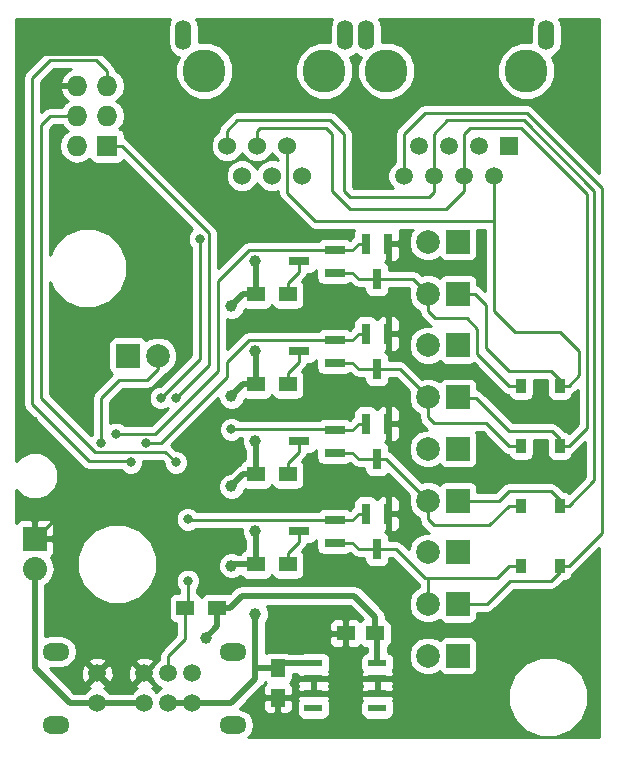
<source format=gbl>
G04 #@! TF.FileFunction,Copper,L2,Bot,Signal*
%FSLAX46Y46*%
G04 Gerber Fmt 4.6, Leading zero omitted, Abs format (unit mm)*
G04 Created by KiCad (PCBNEW 4.0.2+dfsg1-stable) date Sat 10 Feb 2018 12:11:43 PM MST*
%MOMM*%
G01*
G04 APERTURE LIST*
%ADD10C,0.100000*%
%ADD11R,1.250000X1.500000*%
%ADD12R,1.550000X0.600000*%
%ADD13R,1.727200X1.727200*%
%ADD14O,1.727200X1.727200*%
%ADD15R,1.500000X1.250000*%
%ADD16R,0.910000X1.220000*%
%ADD17R,2.032000X2.032000*%
%ADD18O,2.032000X2.032000*%
%ADD19R,2.000000X2.000000*%
%ADD20C,2.000000*%
%ADD21R,1.800860X0.800100*%
%ADD22R,0.800100X1.800860*%
%ADD23R,1.500000X1.300000*%
%ADD24O,2.300000X1.500000*%
%ADD25C,1.500000*%
%ADD26O,1.397000X2.540000*%
%ADD27C,3.649980*%
%ADD28R,1.501140X1.501140*%
%ADD29C,1.501140*%
%ADD30C,1.524000*%
%ADD31C,1.000000*%
%ADD32C,0.800000*%
%ADD33C,0.500000*%
%ADD34C,0.250000*%
%ADD35C,0.254000*%
G04 APERTURE END LIST*
D10*
D11*
X134620000Y-119146000D03*
X134620000Y-121646000D03*
D12*
X143035000Y-118745000D03*
X143035000Y-120015000D03*
X143035000Y-121285000D03*
X143035000Y-122555000D03*
X137635000Y-122555000D03*
X137635000Y-121285000D03*
X137635000Y-120015000D03*
X137635000Y-118745000D03*
D13*
X120142000Y-74930000D03*
D14*
X117602000Y-74930000D03*
X120142000Y-72390000D03*
X117602000Y-72390000D03*
X120142000Y-69850000D03*
X117602000Y-69850000D03*
D15*
X142855000Y-116205000D03*
X140355000Y-116205000D03*
D16*
X155210000Y-95250000D03*
X158480000Y-95250000D03*
X155210000Y-100330000D03*
X158480000Y-100330000D03*
X155210000Y-105410000D03*
X158480000Y-105410000D03*
X155210000Y-110490000D03*
X158480000Y-110490000D03*
D17*
X114046000Y-108204000D03*
D18*
X114046000Y-110744000D03*
D19*
X149860000Y-83058000D03*
D20*
X147320000Y-83058000D03*
D19*
X149860000Y-87439500D03*
D20*
X147320000Y-87439500D03*
D19*
X149860000Y-91821000D03*
D20*
X147320000Y-91821000D03*
D19*
X149860000Y-96202500D03*
D20*
X147320000Y-96202500D03*
D19*
X149860000Y-100584000D03*
D20*
X147320000Y-100584000D03*
D19*
X149860000Y-104965500D03*
D20*
X147320000Y-104965500D03*
D19*
X149860000Y-109347000D03*
D20*
X147320000Y-109347000D03*
D19*
X149860000Y-113728500D03*
D20*
X147320000Y-113728500D03*
D19*
X149860000Y-118110000D03*
D20*
X147320000Y-118110000D03*
D19*
X121920000Y-92710000D03*
D20*
X124460000Y-92710000D03*
D21*
X139423140Y-83759000D03*
X139423140Y-85659000D03*
X136420860Y-84709000D03*
X139423140Y-91379000D03*
X139423140Y-93279000D03*
X136420860Y-92329000D03*
X139423140Y-98999000D03*
X139423140Y-100899000D03*
X136420860Y-99949000D03*
X139423140Y-106619000D03*
X139423140Y-108519000D03*
X136420860Y-107569000D03*
D22*
X142052000Y-83207860D03*
X143952000Y-83207860D03*
X143002000Y-86210140D03*
X142052000Y-90827860D03*
X143952000Y-90827860D03*
X143002000Y-93830140D03*
X142052000Y-98447860D03*
X143952000Y-98447860D03*
X143002000Y-101450140D03*
X142052000Y-106067860D03*
X143952000Y-106067860D03*
X143002000Y-109070140D03*
D23*
X132762000Y-87503000D03*
X135462000Y-87503000D03*
X132762000Y-95123000D03*
X135462000Y-95123000D03*
X132762000Y-102743000D03*
X135462000Y-102743000D03*
X132762000Y-110363000D03*
X135462000Y-110363000D03*
X129493000Y-114046000D03*
X126793000Y-114046000D03*
D24*
X115817000Y-123953200D03*
X130817000Y-123953200D03*
X130817000Y-117753200D03*
D25*
X123317000Y-119603200D03*
X123317000Y-122103200D03*
X125317000Y-119603200D03*
X125317000Y-122103200D03*
X127317000Y-122103200D03*
X127317000Y-119603200D03*
X119317000Y-119603200D03*
X119317000Y-122103200D03*
D24*
X115817000Y-117753200D03*
D26*
X157353000Y-65532000D03*
D27*
X143794480Y-68580000D03*
X155663900Y-68580000D03*
D28*
X154178000Y-74930000D03*
D29*
X152908000Y-77470000D03*
X151638000Y-74930000D03*
X150368000Y-77470000D03*
X149098000Y-74930000D03*
X147828000Y-77470000D03*
X146558000Y-74930000D03*
X145288000Y-77470000D03*
D26*
X142113000Y-65532000D03*
D30*
X132858000Y-74930000D03*
X135398000Y-74930000D03*
X130318000Y-74930000D03*
X136668000Y-77470000D03*
X134128000Y-77470000D03*
X131588000Y-77470000D03*
D26*
X126619000Y-65532000D03*
X140335000Y-65532000D03*
D27*
X128397000Y-68580000D03*
X138557000Y-68580000D03*
D31*
X132715000Y-114554000D03*
X132715000Y-84709000D03*
X130683000Y-88519000D03*
X132715000Y-92329000D03*
X130683000Y-96139000D03*
X132715000Y-99949000D03*
X130683000Y-103759000D03*
X132715000Y-107569000D03*
X130683000Y-110490000D03*
X123444000Y-67183000D03*
X114046000Y-67183000D03*
X115824000Y-73660000D03*
X116078000Y-90424000D03*
X113919000Y-98298000D03*
X140335000Y-120650000D03*
X144018000Y-111506000D03*
X144018000Y-88519000D03*
X144018000Y-96139000D03*
X144018000Y-103759000D03*
X145288000Y-107569000D03*
X145288000Y-99949000D03*
X145288000Y-92329000D03*
X145288000Y-84709000D03*
X128524000Y-116586000D03*
D32*
X125984000Y-96266000D03*
X130683000Y-98933000D03*
X128016000Y-82804000D03*
X124714000Y-96266000D03*
X125984000Y-101727000D03*
X122174000Y-101727000D03*
X119634000Y-100076000D03*
X120904000Y-99314000D03*
X123444000Y-100076000D03*
X127000000Y-106553000D03*
X127000000Y-111760000D03*
D33*
X132762000Y-110363000D02*
X130810000Y-110363000D01*
X130810000Y-110363000D02*
X130683000Y-110490000D01*
X132715000Y-119126000D02*
X132735000Y-119146000D01*
X132735000Y-119146000D02*
X134620000Y-119146000D01*
D34*
X134620000Y-119146000D02*
X134219000Y-118745000D01*
D33*
X132715000Y-114554000D02*
X132715000Y-119126000D01*
X132715000Y-119126000D02*
X132715000Y-120035000D01*
X137635000Y-118745000D02*
X135021000Y-118745000D01*
X135021000Y-118745000D02*
X134620000Y-119146000D01*
D34*
X132715000Y-120035000D02*
X132695000Y-120035000D01*
D33*
X130626800Y-122103200D02*
X127317000Y-122103200D01*
X132695000Y-120035000D02*
X130626800Y-122103200D01*
X132762000Y-84756000D02*
X132762000Y-87503000D01*
D34*
X132715000Y-84709000D02*
X132762000Y-84756000D01*
D33*
X132762000Y-87503000D02*
X131699000Y-87503000D01*
X131699000Y-87503000D02*
X130683000Y-88519000D01*
D34*
X132715000Y-92329000D02*
X132762000Y-92376000D01*
D33*
X132762000Y-92376000D02*
X132762000Y-95123000D01*
X132762000Y-95123000D02*
X131699000Y-95123000D01*
X131699000Y-95123000D02*
X130683000Y-96139000D01*
D34*
X132715000Y-99949000D02*
X132762000Y-99996000D01*
D33*
X132762000Y-99996000D02*
X132762000Y-102743000D01*
X132762000Y-102743000D02*
X131699000Y-102743000D01*
X131699000Y-102743000D02*
X130683000Y-103759000D01*
D34*
X132715000Y-107569000D02*
X132762000Y-107616000D01*
D33*
X132762000Y-107616000D02*
X132762000Y-110363000D01*
X125317000Y-122103200D02*
X127317000Y-122103200D01*
D34*
X127317000Y-122103200D02*
X127373200Y-122047000D01*
X116078000Y-90424000D02*
X116078000Y-89662000D01*
X116078000Y-89662000D02*
X116840000Y-88900000D01*
X116840000Y-88900000D02*
X120650000Y-88900000D01*
X121920000Y-82550000D02*
X120650000Y-81280000D01*
X120650000Y-88900000D02*
X121920000Y-87630000D01*
X121920000Y-87630000D02*
X121920000Y-82550000D01*
X120650000Y-81280000D02*
X116840000Y-81280000D01*
X116840000Y-81280000D02*
X115824000Y-80264000D01*
X115824000Y-80264000D02*
X115824000Y-73660000D01*
X114046000Y-67183000D02*
X123444000Y-67183000D01*
X113919000Y-99441000D02*
X113919000Y-98298000D01*
X116840000Y-105410000D02*
X114046000Y-108204000D01*
X116840000Y-101219000D02*
X116840000Y-105410000D01*
X115570000Y-99949000D02*
X116840000Y-101219000D01*
X114427000Y-99949000D02*
X115570000Y-99949000D01*
X113919000Y-99441000D02*
X114427000Y-99949000D01*
X143035000Y-120015000D02*
X140355000Y-120015000D01*
X140355000Y-120630000D02*
X140355000Y-120015000D01*
X140335000Y-120650000D02*
X140355000Y-120630000D01*
X140355000Y-120015000D02*
X140355000Y-116205000D01*
X144526000Y-120015000D02*
X143035000Y-120015000D01*
X145034000Y-119507000D02*
X144526000Y-120015000D01*
X145034000Y-112522000D02*
X145034000Y-119507000D01*
X144018000Y-111506000D02*
X145034000Y-112522000D01*
X144018000Y-88519000D02*
X144018000Y-90761860D01*
X144018000Y-90761860D02*
X143952000Y-90827860D01*
X143952000Y-98447860D02*
X144018000Y-98381860D01*
X144018000Y-98381860D02*
X144018000Y-96139000D01*
X144018000Y-103759000D02*
X144018000Y-106001860D01*
X144018000Y-106001860D02*
X143952000Y-106067860D01*
X143952000Y-106067860D02*
X144548860Y-106067860D01*
X145288000Y-106807000D02*
X145288000Y-107569000D01*
X144548860Y-106067860D02*
X145288000Y-106807000D01*
X144675860Y-98447860D02*
X143952000Y-98447860D01*
X145288000Y-99060000D02*
X144675860Y-98447860D01*
X145288000Y-99949000D02*
X145288000Y-99060000D01*
X143952000Y-90827860D02*
X144675860Y-90827860D01*
X145288000Y-91440000D02*
X145288000Y-92329000D01*
X144675860Y-90827860D02*
X145288000Y-91440000D01*
X143952000Y-83207860D02*
X144675860Y-83207860D01*
X145288000Y-83820000D02*
X145288000Y-84709000D01*
X144675860Y-83207860D02*
X145288000Y-83820000D01*
D33*
X129493000Y-114046000D02*
X129493000Y-115617000D01*
X129493000Y-115617000D02*
X128524000Y-116586000D01*
X129493000Y-114046000D02*
X130556000Y-114046000D01*
X130556000Y-114046000D02*
X131572000Y-113030000D01*
X131572000Y-113030000D02*
X141097000Y-113030000D01*
X141097000Y-113030000D02*
X142855000Y-114788000D01*
X142855000Y-114788000D02*
X142855000Y-116205000D01*
X143035000Y-118745000D02*
X143035000Y-116385000D01*
D34*
X143035000Y-116385000D02*
X142855000Y-116205000D01*
X152908000Y-81280000D02*
X137795000Y-81280000D01*
X137795000Y-81280000D02*
X135398000Y-78883000D01*
X135398000Y-78883000D02*
X135398000Y-74930000D01*
X149860000Y-87439500D02*
X151320500Y-87439500D01*
X157734000Y-93980000D02*
X158480000Y-94726000D01*
X154178000Y-93980000D02*
X157734000Y-93980000D01*
X152273000Y-92075000D02*
X154178000Y-93980000D01*
X152273000Y-88392000D02*
X152273000Y-92075000D01*
X151320500Y-87439500D02*
X152273000Y-88392000D01*
X158480000Y-94726000D02*
X158480000Y-95250000D01*
X158480000Y-95250000D02*
X158480000Y-94726000D01*
X158480000Y-95250000D02*
X159258000Y-95250000D01*
X152908000Y-88900000D02*
X152908000Y-81280000D01*
X152908000Y-81280000D02*
X152908000Y-77470000D01*
X154686000Y-90678000D02*
X152908000Y-88900000D01*
X158496000Y-90678000D02*
X154686000Y-90678000D01*
X160147000Y-92329000D02*
X158496000Y-90678000D01*
X160147000Y-94361000D02*
X160147000Y-92329000D01*
X159258000Y-95250000D02*
X160147000Y-94361000D01*
X150368000Y-77470000D02*
X150368000Y-78740000D01*
X139192000Y-78740000D02*
X139192000Y-73914000D01*
X132858000Y-73644000D02*
X132858000Y-74930000D01*
X150368000Y-78740000D02*
X148844000Y-80264000D01*
X140716000Y-80264000D02*
X139192000Y-78740000D01*
X148844000Y-80264000D02*
X140716000Y-80264000D01*
X139192000Y-73914000D02*
X138684000Y-73406000D01*
X138684000Y-73406000D02*
X133096000Y-73406000D01*
X133096000Y-73406000D02*
X132858000Y-73644000D01*
X150368000Y-77470000D02*
X150368000Y-73914000D01*
X159258000Y-100330000D02*
X158480000Y-100330000D01*
X160782000Y-98806000D02*
X159258000Y-100330000D01*
X160782000Y-78994000D02*
X160782000Y-98806000D01*
X155194000Y-73406000D02*
X160782000Y-78994000D01*
X150876000Y-73406000D02*
X155194000Y-73406000D01*
X150368000Y-73914000D02*
X150876000Y-73406000D01*
X158480000Y-100330000D02*
X158480000Y-99711000D01*
X158480000Y-99711000D02*
X157829000Y-99060000D01*
X157829000Y-99060000D02*
X154178000Y-99060000D01*
X154178000Y-99060000D02*
X151384000Y-96266000D01*
X151384000Y-96266000D02*
X149923500Y-96266000D01*
X149923500Y-96266000D02*
X149860000Y-96202500D01*
X147828000Y-77470000D02*
X147828000Y-78867000D01*
X147828000Y-78867000D02*
X147447000Y-79248000D01*
X147447000Y-79248000D02*
X140716000Y-79248000D01*
X130318000Y-73644000D02*
X130318000Y-74930000D01*
X140716000Y-79248000D02*
X140208000Y-78740000D01*
X140208000Y-78740000D02*
X140208000Y-73914000D01*
X140208000Y-73914000D02*
X139065000Y-72771000D01*
X139065000Y-72771000D02*
X131191000Y-72771000D01*
X131191000Y-72771000D02*
X130318000Y-73644000D01*
X147828000Y-77470000D02*
X147828000Y-73914000D01*
X159258000Y-105410000D02*
X158480000Y-105410000D01*
X161417000Y-103251000D02*
X159258000Y-105410000D01*
X161417000Y-78740000D02*
X161417000Y-103251000D01*
X155448000Y-72771000D02*
X161417000Y-78740000D01*
X148971000Y-72771000D02*
X155448000Y-72771000D01*
X147828000Y-73914000D02*
X148971000Y-72771000D01*
X158480000Y-105410000D02*
X158480000Y-104886000D01*
X158480000Y-104886000D02*
X157734000Y-104140000D01*
X153352500Y-104965500D02*
X149860000Y-104965500D01*
X154178000Y-104140000D02*
X153352500Y-104965500D01*
X157734000Y-104140000D02*
X154178000Y-104140000D01*
X158480000Y-110490000D02*
X158480000Y-111014000D01*
X158480000Y-111014000D02*
X157734000Y-111760000D01*
X152336500Y-113728500D02*
X149860000Y-113728500D01*
X154305000Y-111760000D02*
X152336500Y-113728500D01*
X157734000Y-111760000D02*
X154305000Y-111760000D01*
X158480000Y-110490000D02*
X159258000Y-110490000D01*
X145288000Y-73914000D02*
X145288000Y-77470000D01*
X147066000Y-72136000D02*
X145288000Y-73914000D01*
X155702000Y-72136000D02*
X147066000Y-72136000D01*
X162052000Y-78486000D02*
X155702000Y-72136000D01*
X162052000Y-107696000D02*
X162052000Y-78486000D01*
X159258000Y-110490000D02*
X162052000Y-107696000D01*
D33*
X123317000Y-122103200D02*
X119317000Y-122103200D01*
X119317000Y-122103200D02*
X117023200Y-122103200D01*
X117023200Y-122103200D02*
X114046000Y-119126000D01*
X114046000Y-119126000D02*
X114046000Y-110744000D01*
D34*
X121412000Y-74930000D02*
X120142000Y-74930000D01*
X128778000Y-82296000D02*
X121412000Y-74930000D01*
X128778000Y-93472000D02*
X128778000Y-82296000D01*
X125984000Y-96266000D02*
X128778000Y-93472000D01*
X139423140Y-98999000D02*
X139357140Y-98933000D01*
X139357140Y-98933000D02*
X130683000Y-98933000D01*
X142052000Y-98447860D02*
X141455140Y-98447860D01*
X140904000Y-98999000D02*
X139423140Y-98999000D01*
X141455140Y-98447860D02*
X140904000Y-98999000D01*
X128016000Y-82804000D02*
X128016000Y-92964000D01*
X128016000Y-92964000D02*
X124714000Y-96266000D01*
X115316000Y-72390000D02*
X117602000Y-72390000D01*
X114554000Y-73152000D02*
X115316000Y-72390000D01*
X114554000Y-96266000D02*
X114554000Y-73152000D01*
X119126000Y-100838000D02*
X114554000Y-96266000D01*
X125095000Y-100838000D02*
X119126000Y-100838000D01*
X125984000Y-101727000D02*
X125095000Y-100838000D01*
X120142000Y-68580000D02*
X120142000Y-69850000D01*
X119253000Y-67691000D02*
X120142000Y-68580000D01*
X115316000Y-67691000D02*
X119253000Y-67691000D01*
X113792000Y-69215000D02*
X115316000Y-67691000D01*
X113792000Y-96774000D02*
X113792000Y-69215000D01*
X118618000Y-101600000D02*
X113792000Y-96774000D01*
X122047000Y-101600000D02*
X118618000Y-101600000D01*
X122174000Y-101727000D02*
X122047000Y-101600000D01*
X124460000Y-93853000D02*
X124460000Y-92710000D01*
X123571000Y-94742000D02*
X124460000Y-93853000D01*
X121158000Y-94742000D02*
X123571000Y-94742000D01*
X119634000Y-96266000D02*
X121158000Y-94742000D01*
X119634000Y-100076000D02*
X119634000Y-96266000D01*
X139423140Y-83759000D02*
X132141000Y-83759000D01*
X124206000Y-99314000D02*
X120904000Y-99314000D01*
X129540000Y-93980000D02*
X124206000Y-99314000D01*
X129540000Y-86360000D02*
X129540000Y-93980000D01*
X132141000Y-83759000D02*
X129540000Y-86360000D01*
X142052000Y-83207860D02*
X141455140Y-83207860D01*
X140904000Y-83759000D02*
X139423140Y-83759000D01*
X141455140Y-83207860D02*
X140904000Y-83759000D01*
X141968140Y-83505000D02*
X142052000Y-83588860D01*
X135462000Y-87503000D02*
X135462000Y-86534000D01*
X136420860Y-85575140D02*
X136420860Y-84709000D01*
X135462000Y-86534000D02*
X136420860Y-85575140D01*
X139423140Y-91379000D02*
X132141000Y-91379000D01*
X124714000Y-100076000D02*
X123444000Y-100076000D01*
X130302000Y-94488000D02*
X124714000Y-100076000D01*
X130302000Y-93218000D02*
X130302000Y-94488000D01*
X132141000Y-91379000D02*
X130302000Y-93218000D01*
X142052000Y-90827860D02*
X141455140Y-90827860D01*
X140904000Y-91379000D02*
X139423140Y-91379000D01*
X141455140Y-90827860D02*
X140904000Y-91379000D01*
X135462000Y-95123000D02*
X135462000Y-94154000D01*
X136420860Y-93195140D02*
X136420860Y-92329000D01*
X135462000Y-94154000D02*
X136420860Y-93195140D01*
X135462000Y-102743000D02*
X135462000Y-101774000D01*
X136420860Y-100815140D02*
X136420860Y-99949000D01*
X135462000Y-101774000D02*
X136420860Y-100815140D01*
X127066000Y-106619000D02*
X139423140Y-106619000D01*
X127000000Y-106553000D02*
X127066000Y-106619000D01*
X139423140Y-106619000D02*
X140904000Y-106619000D01*
X141455140Y-106067860D02*
X142052000Y-106067860D01*
X140904000Y-106619000D02*
X141455140Y-106067860D01*
X135462000Y-110363000D02*
X135462000Y-109394000D01*
X136420860Y-108435140D02*
X136420860Y-107569000D01*
X135462000Y-109394000D02*
X136420860Y-108435140D01*
X127000000Y-111760000D02*
X127000000Y-113839000D01*
X127000000Y-113839000D02*
X126793000Y-114046000D01*
X125317000Y-119603200D02*
X125317000Y-118142000D01*
X126793000Y-116666000D02*
X126793000Y-114046000D01*
X125317000Y-118142000D02*
X126793000Y-116666000D01*
X143002000Y-86210140D02*
X141455140Y-86210140D01*
X140904000Y-85659000D02*
X139423140Y-85659000D01*
X141455140Y-86210140D02*
X140904000Y-85659000D01*
X143002000Y-86210140D02*
X146090640Y-86210140D01*
X146090640Y-86210140D02*
X147320000Y-87439500D01*
X155210000Y-95250000D02*
X154178000Y-95250000D01*
X154178000Y-95250000D02*
X151511000Y-92583000D01*
X151511000Y-92583000D02*
X151511000Y-90424000D01*
X151511000Y-90424000D02*
X150622000Y-89535000D01*
X150622000Y-89535000D02*
X147955000Y-89535000D01*
X147955000Y-89535000D02*
X147320000Y-88900000D01*
X147320000Y-88900000D02*
X147320000Y-87439500D01*
X143002000Y-93830140D02*
X141455140Y-93830140D01*
X140904000Y-93279000D02*
X139423140Y-93279000D01*
X141455140Y-93830140D02*
X140904000Y-93279000D01*
X143002000Y-93830140D02*
X144947640Y-93830140D01*
X144947640Y-93830140D02*
X147320000Y-96202500D01*
X155210000Y-100330000D02*
X154178000Y-100330000D01*
X147320000Y-97917000D02*
X147320000Y-96202500D01*
X147828000Y-98425000D02*
X147320000Y-97917000D01*
X152273000Y-98425000D02*
X147828000Y-98425000D01*
X154178000Y-100330000D02*
X152273000Y-98425000D01*
X143002000Y-101450140D02*
X141455140Y-101450140D01*
X140904000Y-100899000D02*
X139423140Y-100899000D01*
X141455140Y-101450140D02*
X140904000Y-100899000D01*
X143002000Y-101450140D02*
X143804640Y-101450140D01*
X143804640Y-101450140D02*
X147320000Y-104965500D01*
X155210000Y-105410000D02*
X154178000Y-105410000D01*
X147320000Y-106553000D02*
X147320000Y-104965500D01*
X147828000Y-107061000D02*
X147320000Y-106553000D01*
X152527000Y-107061000D02*
X147828000Y-107061000D01*
X154178000Y-105410000D02*
X152527000Y-107061000D01*
X147320000Y-111506000D02*
X147066000Y-111506000D01*
X144630140Y-109070140D02*
X143002000Y-109070140D01*
X147066000Y-111506000D02*
X144630140Y-109070140D01*
X143002000Y-109070140D02*
X141455140Y-109070140D01*
X141455140Y-109070140D02*
X140904000Y-108519000D01*
X140904000Y-108519000D02*
X139423140Y-108519000D01*
X147320000Y-111506000D02*
X153162000Y-111506000D01*
X147320000Y-111506000D02*
X147320000Y-113728500D01*
X154178000Y-110490000D02*
X155210000Y-110490000D01*
X153162000Y-111506000D02*
X154178000Y-110490000D01*
X143002000Y-109070140D02*
X143002000Y-109474000D01*
D35*
G36*
X125387007Y-64412871D02*
X125285500Y-64923179D01*
X125285500Y-66140821D01*
X125387007Y-66651129D01*
X125676073Y-67083748D01*
X126108692Y-67372814D01*
X126225021Y-67395953D01*
X125937438Y-68088531D01*
X125936584Y-69067175D01*
X126310306Y-69971652D01*
X127001708Y-70664262D01*
X127905531Y-71039562D01*
X128884175Y-71040416D01*
X129788652Y-70666694D01*
X130481262Y-69975292D01*
X130856562Y-69071469D01*
X130857416Y-68092825D01*
X130483694Y-67188348D01*
X129792292Y-66495738D01*
X128888469Y-66120438D01*
X127952500Y-66119621D01*
X127952500Y-64923179D01*
X127850993Y-64412871D01*
X127715439Y-64210000D01*
X139238561Y-64210000D01*
X139103007Y-64412871D01*
X139001500Y-64923179D01*
X139001500Y-66120397D01*
X138069825Y-66119584D01*
X137165348Y-66493306D01*
X136472738Y-67184708D01*
X136097438Y-68088531D01*
X136096584Y-69067175D01*
X136470306Y-69971652D01*
X137161708Y-70664262D01*
X138065531Y-71039562D01*
X139044175Y-71040416D01*
X139948652Y-70666694D01*
X140641262Y-69975292D01*
X141016562Y-69071469D01*
X141017416Y-68092825D01*
X140729437Y-67395862D01*
X140845308Y-67372814D01*
X141224000Y-67119781D01*
X141602692Y-67372814D01*
X141629865Y-67378219D01*
X141334918Y-68088531D01*
X141334064Y-69067175D01*
X141707786Y-69971652D01*
X142399188Y-70664262D01*
X143303011Y-71039562D01*
X144281655Y-71040416D01*
X145186132Y-70666694D01*
X145878742Y-69975292D01*
X146254042Y-69071469D01*
X146254896Y-68092825D01*
X145881174Y-67188348D01*
X145189772Y-66495738D01*
X144285949Y-66120438D01*
X143446500Y-66119705D01*
X143446500Y-64923179D01*
X143344993Y-64412871D01*
X143209439Y-64210000D01*
X156256561Y-64210000D01*
X156121007Y-64412871D01*
X156019500Y-64923179D01*
X156019500Y-66120319D01*
X155176725Y-66119584D01*
X154272248Y-66493306D01*
X153579638Y-67184708D01*
X153204338Y-68088531D01*
X153203484Y-69067175D01*
X153577206Y-69971652D01*
X154268608Y-70664262D01*
X155172431Y-71039562D01*
X156151075Y-71040416D01*
X157055552Y-70666694D01*
X157748162Y-69975292D01*
X158123462Y-69071469D01*
X158124316Y-68092825D01*
X157829585Y-67379522D01*
X157863308Y-67372814D01*
X158295927Y-67083748D01*
X158584993Y-66651129D01*
X158686500Y-66140821D01*
X158686500Y-64923179D01*
X158584993Y-64412871D01*
X158449439Y-64210000D01*
X161850000Y-64210000D01*
X161850000Y-77209198D01*
X156239401Y-71598599D01*
X155992839Y-71433852D01*
X155702000Y-71376000D01*
X147066000Y-71376000D01*
X146775161Y-71433852D01*
X146528599Y-71598599D01*
X144750599Y-73376599D01*
X144585852Y-73623161D01*
X144528000Y-73914000D01*
X144528000Y-76284837D01*
X144504163Y-76294686D01*
X144114056Y-76684113D01*
X143902671Y-77193184D01*
X143902190Y-77744398D01*
X144112686Y-78253837D01*
X144346441Y-78488000D01*
X141030802Y-78488000D01*
X140968000Y-78425198D01*
X140968000Y-73914000D01*
X140910148Y-73623161D01*
X140745401Y-73376599D01*
X139602401Y-72233599D01*
X139355839Y-72068852D01*
X139065000Y-72011000D01*
X131191000Y-72011000D01*
X130948414Y-72059254D01*
X130900160Y-72068852D01*
X130653599Y-72233599D01*
X129780599Y-73106599D01*
X129615852Y-73353161D01*
X129558000Y-73644000D01*
X129558000Y-73732469D01*
X129527697Y-73744990D01*
X129134371Y-74137630D01*
X128921243Y-74650900D01*
X128920758Y-75206661D01*
X129132990Y-75720303D01*
X129525630Y-76113629D01*
X130038900Y-76326757D01*
X130594661Y-76327242D01*
X131108303Y-76115010D01*
X131501629Y-75722370D01*
X131587949Y-75514488D01*
X131672990Y-75720303D01*
X132065630Y-76113629D01*
X132578900Y-76326757D01*
X133134661Y-76327242D01*
X133648303Y-76115010D01*
X134041629Y-75722370D01*
X134127949Y-75514488D01*
X134212990Y-75720303D01*
X134605630Y-76113629D01*
X134638000Y-76127070D01*
X134638000Y-76169121D01*
X134407100Y-76073243D01*
X133851339Y-76072758D01*
X133337697Y-76284990D01*
X132944371Y-76677630D01*
X132858051Y-76885512D01*
X132773010Y-76679697D01*
X132380370Y-76286371D01*
X131867100Y-76073243D01*
X131311339Y-76072758D01*
X130797697Y-76284990D01*
X130404371Y-76677630D01*
X130191243Y-77190900D01*
X130190758Y-77746661D01*
X130402990Y-78260303D01*
X130795630Y-78653629D01*
X131308900Y-78866757D01*
X131864661Y-78867242D01*
X132378303Y-78655010D01*
X132771629Y-78262370D01*
X132857949Y-78054488D01*
X132942990Y-78260303D01*
X133335630Y-78653629D01*
X133848900Y-78866757D01*
X134404661Y-78867242D01*
X134638000Y-78770829D01*
X134638000Y-78883000D01*
X134695852Y-79173839D01*
X134860599Y-79420401D01*
X137257599Y-81817401D01*
X137504161Y-81982148D01*
X137795000Y-82040000D01*
X141066137Y-82040000D01*
X141055519Y-82055540D01*
X141004510Y-82307430D01*
X141004510Y-82612481D01*
X140917739Y-82670459D01*
X140724110Y-82864088D01*
X140575460Y-82762519D01*
X140323570Y-82711510D01*
X138522710Y-82711510D01*
X138287393Y-82755788D01*
X138071269Y-82894860D01*
X138000113Y-82999000D01*
X132141000Y-82999000D01*
X131898414Y-83047254D01*
X131850160Y-83056852D01*
X131603599Y-83221599D01*
X129538000Y-85287198D01*
X129538000Y-82296000D01*
X129480148Y-82005161D01*
X129315401Y-81758599D01*
X121949401Y-74392599D01*
X121702839Y-74227852D01*
X121653040Y-74217946D01*
X121653040Y-74066400D01*
X121608762Y-73831083D01*
X121469690Y-73614959D01*
X121257490Y-73469969D01*
X121213869Y-73461136D01*
X121231029Y-73449670D01*
X121555885Y-72963489D01*
X121669959Y-72390000D01*
X121555885Y-71816511D01*
X121231029Y-71330330D01*
X120916248Y-71120000D01*
X121231029Y-70909670D01*
X121555885Y-70423489D01*
X121669959Y-69850000D01*
X121555885Y-69276511D01*
X121231029Y-68790330D01*
X120899816Y-68569020D01*
X120844148Y-68289161D01*
X120679401Y-68042599D01*
X119790401Y-67153599D01*
X119543839Y-66988852D01*
X119253000Y-66931000D01*
X115316000Y-66931000D01*
X115073414Y-66979254D01*
X115025160Y-66988852D01*
X114778599Y-67153599D01*
X113254599Y-68677599D01*
X113089852Y-68924161D01*
X113032000Y-69215000D01*
X113032000Y-96774000D01*
X113089852Y-97064839D01*
X113254599Y-97311401D01*
X118080599Y-102137401D01*
X118327161Y-102302148D01*
X118618000Y-102360000D01*
X121343460Y-102360000D01*
X121586954Y-102603919D01*
X121967223Y-102761820D01*
X122378971Y-102762179D01*
X122759515Y-102604942D01*
X123050919Y-102314046D01*
X123208820Y-101933777D01*
X123209113Y-101598000D01*
X124780198Y-101598000D01*
X124948965Y-101766767D01*
X124948821Y-101931971D01*
X125106058Y-102312515D01*
X125396954Y-102603919D01*
X125777223Y-102761820D01*
X126188971Y-102762179D01*
X126569515Y-102604942D01*
X126860919Y-102314046D01*
X127018820Y-101933777D01*
X127019179Y-101522029D01*
X126861942Y-101141485D01*
X126571046Y-100850081D01*
X126190777Y-100692180D01*
X126023836Y-100692034D01*
X125632401Y-100300599D01*
X125591519Y-100273283D01*
X129547844Y-96316958D01*
X129547803Y-96363775D01*
X129720233Y-96781086D01*
X130039235Y-97100645D01*
X130456244Y-97273803D01*
X130907775Y-97274197D01*
X131325086Y-97101767D01*
X131644645Y-96782765D01*
X131811920Y-96379923D01*
X132012000Y-96420440D01*
X133512000Y-96420440D01*
X133747317Y-96376162D01*
X133963441Y-96237090D01*
X134108431Y-96024890D01*
X134111081Y-96011803D01*
X134247910Y-96224441D01*
X134460110Y-96369431D01*
X134712000Y-96420440D01*
X136212000Y-96420440D01*
X136447317Y-96376162D01*
X136663441Y-96237090D01*
X136808431Y-96024890D01*
X136859440Y-95773000D01*
X136859440Y-94473000D01*
X136815162Y-94237683D01*
X136676090Y-94021559D01*
X136672022Y-94018780D01*
X136958261Y-93732541D01*
X137123008Y-93485979D01*
X137144787Y-93376490D01*
X137321290Y-93376490D01*
X137556607Y-93332212D01*
X137772731Y-93193140D01*
X137875270Y-93043069D01*
X137875270Y-93679050D01*
X137919548Y-93914367D01*
X138058620Y-94130491D01*
X138270820Y-94275481D01*
X138522710Y-94326490D01*
X140323570Y-94326490D01*
X140558887Y-94282212D01*
X140725316Y-94175118D01*
X140917739Y-94367541D01*
X141164301Y-94532288D01*
X141455140Y-94590140D01*
X141954510Y-94590140D01*
X141954510Y-94730570D01*
X141998788Y-94965887D01*
X142137860Y-95182011D01*
X142350060Y-95327001D01*
X142601950Y-95378010D01*
X143402050Y-95378010D01*
X143637367Y-95333732D01*
X143853491Y-95194660D01*
X143998481Y-94982460D01*
X144049490Y-94730570D01*
X144049490Y-94590140D01*
X144632838Y-94590140D01*
X145753725Y-95711027D01*
X145685284Y-95875852D01*
X145684716Y-96526295D01*
X145933106Y-97127443D01*
X146392637Y-97587778D01*
X146560000Y-97657273D01*
X146560000Y-97917000D01*
X146617852Y-98207839D01*
X146782599Y-98454401D01*
X147277159Y-98948961D01*
X146996205Y-98948716D01*
X146395057Y-99197106D01*
X145934722Y-99656637D01*
X145685284Y-100257352D01*
X145684716Y-100907795D01*
X145933106Y-101508943D01*
X146392637Y-101969278D01*
X146993352Y-102218716D01*
X147643795Y-102219284D01*
X148244943Y-101970894D01*
X148311574Y-101904379D01*
X148395910Y-102035441D01*
X148608110Y-102180431D01*
X148860000Y-102231440D01*
X150860000Y-102231440D01*
X151095317Y-102187162D01*
X151311441Y-102048090D01*
X151456431Y-101835890D01*
X151507440Y-101584000D01*
X151507440Y-99584000D01*
X151463162Y-99348683D01*
X151357835Y-99185000D01*
X151958198Y-99185000D01*
X153640599Y-100867401D01*
X153887161Y-101032148D01*
X154134143Y-101081276D01*
X154151838Y-101175317D01*
X154290910Y-101391441D01*
X154503110Y-101536431D01*
X154755000Y-101587440D01*
X155665000Y-101587440D01*
X155900317Y-101543162D01*
X156116441Y-101404090D01*
X156261431Y-101191890D01*
X156312440Y-100940000D01*
X156312440Y-99820000D01*
X157377560Y-99820000D01*
X157377560Y-100940000D01*
X157421838Y-101175317D01*
X157560910Y-101391441D01*
X157773110Y-101536431D01*
X158025000Y-101587440D01*
X158935000Y-101587440D01*
X159170317Y-101543162D01*
X159386441Y-101404090D01*
X159531431Y-101191890D01*
X159566118Y-101020603D01*
X159795401Y-100867401D01*
X160657000Y-100005802D01*
X160657000Y-102936198D01*
X159307334Y-104285864D01*
X159186890Y-104203569D01*
X158935000Y-104152560D01*
X158821362Y-104152560D01*
X158271401Y-103602599D01*
X158024839Y-103437852D01*
X157734000Y-103380000D01*
X154178000Y-103380000D01*
X153887160Y-103437852D01*
X153640599Y-103602599D01*
X153037698Y-104205500D01*
X151507440Y-104205500D01*
X151507440Y-103965500D01*
X151463162Y-103730183D01*
X151324090Y-103514059D01*
X151111890Y-103369069D01*
X150860000Y-103318060D01*
X148860000Y-103318060D01*
X148624683Y-103362338D01*
X148408559Y-103501410D01*
X148311090Y-103644061D01*
X148247363Y-103580222D01*
X147646648Y-103330784D01*
X146996205Y-103330216D01*
X146828721Y-103399419D01*
X144342041Y-100912739D01*
X144095479Y-100747992D01*
X144049490Y-100738844D01*
X144049490Y-100549710D01*
X144005212Y-100314393D01*
X143866140Y-100098269D01*
X143679082Y-99970458D01*
X143825000Y-99824540D01*
X143825000Y-98574860D01*
X144079000Y-98574860D01*
X144079000Y-99824540D01*
X144237750Y-99983290D01*
X144478359Y-99983290D01*
X144711748Y-99886617D01*
X144890377Y-99707989D01*
X144987050Y-99474600D01*
X144987050Y-98733610D01*
X144828300Y-98574860D01*
X144079000Y-98574860D01*
X143825000Y-98574860D01*
X143805000Y-98574860D01*
X143805000Y-98320860D01*
X143825000Y-98320860D01*
X143825000Y-97071180D01*
X144079000Y-97071180D01*
X144079000Y-98320860D01*
X144828300Y-98320860D01*
X144987050Y-98162110D01*
X144987050Y-97421120D01*
X144890377Y-97187731D01*
X144711748Y-97009103D01*
X144478359Y-96912430D01*
X144237750Y-96912430D01*
X144079000Y-97071180D01*
X143825000Y-97071180D01*
X143666250Y-96912430D01*
X143425641Y-96912430D01*
X143192252Y-97009103D01*
X143013623Y-97187731D01*
X142998566Y-97224082D01*
X142916140Y-97095989D01*
X142703940Y-96950999D01*
X142452050Y-96899990D01*
X141651950Y-96899990D01*
X141416633Y-96944268D01*
X141200509Y-97083340D01*
X141055519Y-97295540D01*
X141004510Y-97547430D01*
X141004510Y-97852481D01*
X140917739Y-97910459D01*
X140724110Y-98104088D01*
X140575460Y-98002519D01*
X140323570Y-97951510D01*
X138522710Y-97951510D01*
X138287393Y-97995788D01*
X138071269Y-98134860D01*
X138045209Y-98173000D01*
X131386761Y-98173000D01*
X131270046Y-98056081D01*
X130889777Y-97898180D01*
X130478029Y-97897821D01*
X130097485Y-98055058D01*
X129806081Y-98345954D01*
X129648180Y-98726223D01*
X129647821Y-99137971D01*
X129805058Y-99518515D01*
X130095954Y-99809919D01*
X130476223Y-99967820D01*
X130887971Y-99968179D01*
X131268515Y-99810942D01*
X131386663Y-99693000D01*
X131592340Y-99693000D01*
X131580197Y-99722244D01*
X131579803Y-100173775D01*
X131752233Y-100591086D01*
X131877000Y-100716071D01*
X131877000Y-101470962D01*
X131776683Y-101489838D01*
X131560559Y-101628910D01*
X131415569Y-101841110D01*
X131400109Y-101917453D01*
X131360325Y-101925367D01*
X131073210Y-102117210D01*
X131073208Y-102117213D01*
X130566523Y-102623897D01*
X130458225Y-102623803D01*
X130040914Y-102796233D01*
X129721355Y-103115235D01*
X129548197Y-103532244D01*
X129547803Y-103983775D01*
X129720233Y-104401086D01*
X130039235Y-104720645D01*
X130456244Y-104893803D01*
X130907775Y-104894197D01*
X131325086Y-104721767D01*
X131644645Y-104402765D01*
X131811920Y-103999923D01*
X132012000Y-104040440D01*
X133512000Y-104040440D01*
X133747317Y-103996162D01*
X133963441Y-103857090D01*
X134108431Y-103644890D01*
X134111081Y-103631803D01*
X134247910Y-103844441D01*
X134460110Y-103989431D01*
X134712000Y-104040440D01*
X136212000Y-104040440D01*
X136447317Y-103996162D01*
X136663441Y-103857090D01*
X136808431Y-103644890D01*
X136859440Y-103393000D01*
X136859440Y-102093000D01*
X136815162Y-101857683D01*
X136676090Y-101641559D01*
X136672022Y-101638780D01*
X136958261Y-101352541D01*
X137123008Y-101105979D01*
X137144787Y-100996490D01*
X137321290Y-100996490D01*
X137556607Y-100952212D01*
X137772731Y-100813140D01*
X137875270Y-100663069D01*
X137875270Y-101299050D01*
X137919548Y-101534367D01*
X138058620Y-101750491D01*
X138270820Y-101895481D01*
X138522710Y-101946490D01*
X140323570Y-101946490D01*
X140558887Y-101902212D01*
X140725316Y-101795118D01*
X140917739Y-101987541D01*
X141164301Y-102152288D01*
X141455140Y-102210140D01*
X141954510Y-102210140D01*
X141954510Y-102350570D01*
X141998788Y-102585887D01*
X142137860Y-102802011D01*
X142350060Y-102947001D01*
X142601950Y-102998010D01*
X143402050Y-102998010D01*
X143637367Y-102953732D01*
X143853491Y-102814660D01*
X143951263Y-102671565D01*
X145753725Y-104474027D01*
X145685284Y-104638852D01*
X145684716Y-105289295D01*
X145933106Y-105890443D01*
X146392637Y-106350778D01*
X146560000Y-106420273D01*
X146560000Y-106553000D01*
X146617852Y-106843839D01*
X146782599Y-107090401D01*
X147290599Y-107598401D01*
X147460795Y-107712122D01*
X146996205Y-107711716D01*
X146395057Y-107960106D01*
X145934722Y-108419637D01*
X145685284Y-109020352D01*
X145685258Y-109050456D01*
X145167541Y-108532739D01*
X144920979Y-108367992D01*
X144630140Y-108310140D01*
X144049490Y-108310140D01*
X144049490Y-108169710D01*
X144005212Y-107934393D01*
X143866140Y-107718269D01*
X143679082Y-107590458D01*
X143825000Y-107444540D01*
X143825000Y-106194860D01*
X144079000Y-106194860D01*
X144079000Y-107444540D01*
X144237750Y-107603290D01*
X144478359Y-107603290D01*
X144711748Y-107506617D01*
X144890377Y-107327989D01*
X144987050Y-107094600D01*
X144987050Y-106353610D01*
X144828300Y-106194860D01*
X144079000Y-106194860D01*
X143825000Y-106194860D01*
X143805000Y-106194860D01*
X143805000Y-105940860D01*
X143825000Y-105940860D01*
X143825000Y-104691180D01*
X144079000Y-104691180D01*
X144079000Y-105940860D01*
X144828300Y-105940860D01*
X144987050Y-105782110D01*
X144987050Y-105041120D01*
X144890377Y-104807731D01*
X144711748Y-104629103D01*
X144478359Y-104532430D01*
X144237750Y-104532430D01*
X144079000Y-104691180D01*
X143825000Y-104691180D01*
X143666250Y-104532430D01*
X143425641Y-104532430D01*
X143192252Y-104629103D01*
X143013623Y-104807731D01*
X142998566Y-104844082D01*
X142916140Y-104715989D01*
X142703940Y-104570999D01*
X142452050Y-104519990D01*
X141651950Y-104519990D01*
X141416633Y-104564268D01*
X141200509Y-104703340D01*
X141055519Y-104915540D01*
X141004510Y-105167430D01*
X141004510Y-105472481D01*
X140917739Y-105530459D01*
X140724110Y-105724088D01*
X140575460Y-105622519D01*
X140323570Y-105571510D01*
X138522710Y-105571510D01*
X138287393Y-105615788D01*
X138071269Y-105754860D01*
X138000113Y-105859000D01*
X127769646Y-105859000D01*
X127587046Y-105676081D01*
X127206777Y-105518180D01*
X126795029Y-105517821D01*
X126414485Y-105675058D01*
X126123081Y-105965954D01*
X125965180Y-106346223D01*
X125964821Y-106757971D01*
X126122058Y-107138515D01*
X126412954Y-107429919D01*
X126793223Y-107587820D01*
X127204971Y-107588179D01*
X127585515Y-107430942D01*
X127637548Y-107379000D01*
X131580165Y-107379000D01*
X131579803Y-107793775D01*
X131752233Y-108211086D01*
X131877000Y-108336071D01*
X131877000Y-109090962D01*
X131776683Y-109109838D01*
X131560559Y-109248910D01*
X131415569Y-109461110D01*
X131412149Y-109478000D01*
X131205497Y-109478000D01*
X130909756Y-109355197D01*
X130458225Y-109354803D01*
X130040914Y-109527233D01*
X129721355Y-109846235D01*
X129548197Y-110263244D01*
X129547803Y-110714775D01*
X129720233Y-111132086D01*
X130039235Y-111451645D01*
X130456244Y-111624803D01*
X130907775Y-111625197D01*
X131325086Y-111452767D01*
X131456185Y-111321896D01*
X131547910Y-111464441D01*
X131760110Y-111609431D01*
X132012000Y-111660440D01*
X133512000Y-111660440D01*
X133747317Y-111616162D01*
X133963441Y-111477090D01*
X134108431Y-111264890D01*
X134111081Y-111251803D01*
X134247910Y-111464441D01*
X134460110Y-111609431D01*
X134712000Y-111660440D01*
X136212000Y-111660440D01*
X136447317Y-111616162D01*
X136663441Y-111477090D01*
X136808431Y-111264890D01*
X136859440Y-111013000D01*
X136859440Y-109713000D01*
X136815162Y-109477683D01*
X136676090Y-109261559D01*
X136672022Y-109258780D01*
X136958261Y-108972541D01*
X137123008Y-108725979D01*
X137144787Y-108616490D01*
X137321290Y-108616490D01*
X137556607Y-108572212D01*
X137772731Y-108433140D01*
X137875270Y-108283069D01*
X137875270Y-108919050D01*
X137919548Y-109154367D01*
X138058620Y-109370491D01*
X138270820Y-109515481D01*
X138522710Y-109566490D01*
X140323570Y-109566490D01*
X140558887Y-109522212D01*
X140725316Y-109415118D01*
X140917739Y-109607541D01*
X141164301Y-109772288D01*
X141455140Y-109830140D01*
X141954510Y-109830140D01*
X141954510Y-109970570D01*
X141998788Y-110205887D01*
X142137860Y-110422011D01*
X142350060Y-110567001D01*
X142601950Y-110618010D01*
X143402050Y-110618010D01*
X143637367Y-110573732D01*
X143853491Y-110434660D01*
X143998481Y-110222460D01*
X144049490Y-109970570D01*
X144049490Y-109830140D01*
X144315338Y-109830140D01*
X146528599Y-112043401D01*
X146560000Y-112064383D01*
X146560000Y-112273453D01*
X146395057Y-112341606D01*
X145934722Y-112801137D01*
X145685284Y-113401852D01*
X145684716Y-114052295D01*
X145933106Y-114653443D01*
X146392637Y-115113778D01*
X146993352Y-115363216D01*
X147643795Y-115363784D01*
X148244943Y-115115394D01*
X148311574Y-115048879D01*
X148395910Y-115179941D01*
X148608110Y-115324931D01*
X148860000Y-115375940D01*
X150860000Y-115375940D01*
X151095317Y-115331662D01*
X151311441Y-115192590D01*
X151456431Y-114980390D01*
X151507440Y-114728500D01*
X151507440Y-114488500D01*
X152336500Y-114488500D01*
X152627339Y-114430648D01*
X152873901Y-114265901D01*
X154619802Y-112520000D01*
X157734000Y-112520000D01*
X158024839Y-112462148D01*
X158271401Y-112297401D01*
X158821362Y-111747440D01*
X158935000Y-111747440D01*
X159170317Y-111703162D01*
X159386441Y-111564090D01*
X159531431Y-111351890D01*
X159566118Y-111180603D01*
X159795401Y-111027401D01*
X161850000Y-108972802D01*
X161850000Y-125020000D01*
X132100424Y-125020000D01*
X132231313Y-124932543D01*
X132531543Y-124483217D01*
X132636970Y-123953200D01*
X132531543Y-123423183D01*
X132231313Y-122973857D01*
X131781987Y-122673627D01*
X131386600Y-122594980D01*
X132049829Y-121931750D01*
X133360000Y-121931750D01*
X133360000Y-122522309D01*
X133456673Y-122755698D01*
X133635301Y-122934327D01*
X133868690Y-123031000D01*
X134334250Y-123031000D01*
X134493000Y-122872250D01*
X134493000Y-121773000D01*
X134747000Y-121773000D01*
X134747000Y-122872250D01*
X134905750Y-123031000D01*
X135371310Y-123031000D01*
X135604699Y-122934327D01*
X135783327Y-122755698D01*
X135880000Y-122522309D01*
X135880000Y-122255000D01*
X136212560Y-122255000D01*
X136212560Y-122855000D01*
X136256838Y-123090317D01*
X136395910Y-123306441D01*
X136608110Y-123451431D01*
X136860000Y-123502440D01*
X138410000Y-123502440D01*
X138645317Y-123458162D01*
X138861441Y-123319090D01*
X139006431Y-123106890D01*
X139057440Y-122855000D01*
X139057440Y-122255000D01*
X141612560Y-122255000D01*
X141612560Y-122855000D01*
X141656838Y-123090317D01*
X141795910Y-123306441D01*
X142008110Y-123451431D01*
X142260000Y-123502440D01*
X143810000Y-123502440D01*
X144045317Y-123458162D01*
X144261441Y-123319090D01*
X144406431Y-123106890D01*
X144457440Y-122855000D01*
X144457440Y-122255000D01*
X144456568Y-122250364D01*
X154114414Y-122250364D01*
X154628663Y-123494943D01*
X155580048Y-124447990D01*
X156823728Y-124964411D01*
X158170364Y-124965586D01*
X159414943Y-124451337D01*
X160367990Y-123499952D01*
X160884411Y-122256272D01*
X160885586Y-120909636D01*
X160371337Y-119665057D01*
X159419952Y-118712010D01*
X158176272Y-118195589D01*
X156829636Y-118194414D01*
X155585057Y-118708663D01*
X154632010Y-119660048D01*
X154115589Y-120903728D01*
X154114414Y-122250364D01*
X144456568Y-122250364D01*
X144413162Y-122019683D01*
X144354822Y-121929020D01*
X144445000Y-121711310D01*
X144445000Y-121570750D01*
X144286250Y-121412000D01*
X143162000Y-121412000D01*
X143162000Y-121432000D01*
X142908000Y-121432000D01*
X142908000Y-121412000D01*
X141783750Y-121412000D01*
X141625000Y-121570750D01*
X141625000Y-121711310D01*
X141714806Y-121928122D01*
X141663569Y-122003110D01*
X141612560Y-122255000D01*
X139057440Y-122255000D01*
X139013162Y-122019683D01*
X138954822Y-121929020D01*
X139045000Y-121711310D01*
X139045000Y-121570750D01*
X138886250Y-121412000D01*
X137762000Y-121412000D01*
X137762000Y-121432000D01*
X137508000Y-121432000D01*
X137508000Y-121412000D01*
X136383750Y-121412000D01*
X136225000Y-121570750D01*
X136225000Y-121711310D01*
X136314806Y-121928122D01*
X136263569Y-122003110D01*
X136212560Y-122255000D01*
X135880000Y-122255000D01*
X135880000Y-121931750D01*
X135721250Y-121773000D01*
X134747000Y-121773000D01*
X134493000Y-121773000D01*
X133518750Y-121773000D01*
X133360000Y-121931750D01*
X132049829Y-121931750D01*
X133280514Y-120701065D01*
X133340790Y-120660790D01*
X133532633Y-120373675D01*
X133537021Y-120351616D01*
X133599006Y-120393969D01*
X133456673Y-120536302D01*
X133360000Y-120769691D01*
X133360000Y-121360250D01*
X133518750Y-121519000D01*
X134493000Y-121519000D01*
X134493000Y-121499000D01*
X134747000Y-121499000D01*
X134747000Y-121519000D01*
X135721250Y-121519000D01*
X135880000Y-121360250D01*
X135880000Y-120769691D01*
X135783327Y-120536302D01*
X135642090Y-120395064D01*
X135696441Y-120360090D01*
X135736986Y-120300750D01*
X136225000Y-120300750D01*
X136225000Y-120441310D01*
X136311442Y-120650000D01*
X136225000Y-120858690D01*
X136225000Y-120999250D01*
X136383750Y-121158000D01*
X137508000Y-121158000D01*
X137508000Y-120142000D01*
X137762000Y-120142000D01*
X137762000Y-121158000D01*
X138886250Y-121158000D01*
X139045000Y-120999250D01*
X139045000Y-120858690D01*
X138958558Y-120650000D01*
X139045000Y-120441310D01*
X139045000Y-120300750D01*
X141625000Y-120300750D01*
X141625000Y-120441310D01*
X141711442Y-120650000D01*
X141625000Y-120858690D01*
X141625000Y-120999250D01*
X141783750Y-121158000D01*
X142908000Y-121158000D01*
X142908000Y-120142000D01*
X143162000Y-120142000D01*
X143162000Y-121158000D01*
X144286250Y-121158000D01*
X144445000Y-120999250D01*
X144445000Y-120858690D01*
X144358558Y-120650000D01*
X144445000Y-120441310D01*
X144445000Y-120300750D01*
X144286250Y-120142000D01*
X143162000Y-120142000D01*
X142908000Y-120142000D01*
X141783750Y-120142000D01*
X141625000Y-120300750D01*
X139045000Y-120300750D01*
X138886250Y-120142000D01*
X137762000Y-120142000D01*
X137508000Y-120142000D01*
X136383750Y-120142000D01*
X136225000Y-120300750D01*
X135736986Y-120300750D01*
X135841431Y-120147890D01*
X135892440Y-119896000D01*
X135892440Y-119630000D01*
X136225000Y-119630000D01*
X136225000Y-119729250D01*
X136383750Y-119888000D01*
X137508000Y-119888000D01*
X137508000Y-119868000D01*
X137762000Y-119868000D01*
X137762000Y-119888000D01*
X138886250Y-119888000D01*
X139045000Y-119729250D01*
X139045000Y-119588690D01*
X138955194Y-119371878D01*
X139006431Y-119296890D01*
X139057440Y-119045000D01*
X139057440Y-118445000D01*
X139013162Y-118209683D01*
X138874090Y-117993559D01*
X138661890Y-117848569D01*
X138410000Y-117797560D01*
X136860000Y-117797560D01*
X136624683Y-117841838D01*
X136596458Y-117860000D01*
X135585334Y-117860000D01*
X135496890Y-117799569D01*
X135245000Y-117748560D01*
X133995000Y-117748560D01*
X133759683Y-117792838D01*
X133600000Y-117895591D01*
X133600000Y-116490750D01*
X138970000Y-116490750D01*
X138970000Y-116956310D01*
X139066673Y-117189699D01*
X139245302Y-117368327D01*
X139478691Y-117465000D01*
X140069250Y-117465000D01*
X140228000Y-117306250D01*
X140228000Y-116332000D01*
X139128750Y-116332000D01*
X138970000Y-116490750D01*
X133600000Y-116490750D01*
X133600000Y-115453690D01*
X138970000Y-115453690D01*
X138970000Y-115919250D01*
X139128750Y-116078000D01*
X140228000Y-116078000D01*
X140228000Y-115103750D01*
X140069250Y-114945000D01*
X139478691Y-114945000D01*
X139245302Y-115041673D01*
X139066673Y-115220301D01*
X138970000Y-115453690D01*
X133600000Y-115453690D01*
X133600000Y-115274276D01*
X133676645Y-115197765D01*
X133849803Y-114780756D01*
X133850197Y-114329225D01*
X133679042Y-113915000D01*
X140730420Y-113915000D01*
X141822573Y-115007152D01*
X141653559Y-115115910D01*
X141607031Y-115184006D01*
X141464698Y-115041673D01*
X141231309Y-114945000D01*
X140640750Y-114945000D01*
X140482000Y-115103750D01*
X140482000Y-116078000D01*
X140502000Y-116078000D01*
X140502000Y-116332000D01*
X140482000Y-116332000D01*
X140482000Y-117306250D01*
X140640750Y-117465000D01*
X141231309Y-117465000D01*
X141464698Y-117368327D01*
X141605936Y-117227090D01*
X141640910Y-117281441D01*
X141853110Y-117426431D01*
X142105000Y-117477440D01*
X142150000Y-117477440D01*
X142150000Y-117818258D01*
X142024683Y-117841838D01*
X141808559Y-117980910D01*
X141663569Y-118193110D01*
X141612560Y-118445000D01*
X141612560Y-119045000D01*
X141656838Y-119280317D01*
X141715178Y-119370980D01*
X141625000Y-119588690D01*
X141625000Y-119729250D01*
X141783750Y-119888000D01*
X142908000Y-119888000D01*
X142908000Y-119868000D01*
X143162000Y-119868000D01*
X143162000Y-119888000D01*
X144286250Y-119888000D01*
X144445000Y-119729250D01*
X144445000Y-119588690D01*
X144355194Y-119371878D01*
X144406431Y-119296890D01*
X144457440Y-119045000D01*
X144457440Y-118445000D01*
X144455332Y-118433795D01*
X145684716Y-118433795D01*
X145933106Y-119034943D01*
X146392637Y-119495278D01*
X146993352Y-119744716D01*
X147643795Y-119745284D01*
X148244943Y-119496894D01*
X148311574Y-119430379D01*
X148395910Y-119561441D01*
X148608110Y-119706431D01*
X148860000Y-119757440D01*
X150860000Y-119757440D01*
X151095317Y-119713162D01*
X151311441Y-119574090D01*
X151456431Y-119361890D01*
X151507440Y-119110000D01*
X151507440Y-117110000D01*
X151463162Y-116874683D01*
X151324090Y-116658559D01*
X151111890Y-116513569D01*
X150860000Y-116462560D01*
X148860000Y-116462560D01*
X148624683Y-116506838D01*
X148408559Y-116645910D01*
X148311090Y-116788561D01*
X148247363Y-116724722D01*
X147646648Y-116475284D01*
X146996205Y-116474716D01*
X146395057Y-116723106D01*
X145934722Y-117182637D01*
X145685284Y-117783352D01*
X145684716Y-118433795D01*
X144455332Y-118433795D01*
X144413162Y-118209683D01*
X144274090Y-117993559D01*
X144061890Y-117848569D01*
X143920000Y-117819836D01*
X143920000Y-117381887D01*
X144056441Y-117294090D01*
X144201431Y-117081890D01*
X144252440Y-116830000D01*
X144252440Y-115580000D01*
X144208162Y-115344683D01*
X144069090Y-115128559D01*
X143856890Y-114983569D01*
X143740000Y-114959898D01*
X143740000Y-114788000D01*
X143672633Y-114449325D01*
X143480790Y-114162210D01*
X143480787Y-114162208D01*
X141722790Y-112404210D01*
X141709006Y-112395000D01*
X141435675Y-112212367D01*
X141379484Y-112201190D01*
X141097000Y-112144999D01*
X141096995Y-112145000D01*
X131572005Y-112145000D01*
X131572000Y-112144999D01*
X131289516Y-112201190D01*
X131233325Y-112212367D01*
X130946210Y-112404210D01*
X130946208Y-112404213D01*
X130528136Y-112822285D01*
X130494890Y-112799569D01*
X130243000Y-112748560D01*
X128743000Y-112748560D01*
X128507683Y-112792838D01*
X128291559Y-112931910D01*
X128146569Y-113144110D01*
X128143919Y-113157197D01*
X128007090Y-112944559D01*
X127794890Y-112799569D01*
X127760000Y-112792504D01*
X127760000Y-112463761D01*
X127876919Y-112347046D01*
X128034820Y-111966777D01*
X128035179Y-111555029D01*
X127877942Y-111174485D01*
X127587046Y-110883081D01*
X127206777Y-110725180D01*
X126795029Y-110724821D01*
X126414485Y-110882058D01*
X126123081Y-111172954D01*
X125965180Y-111553223D01*
X125964821Y-111964971D01*
X126122058Y-112345515D01*
X126240000Y-112463663D01*
X126240000Y-112748560D01*
X126043000Y-112748560D01*
X125807683Y-112792838D01*
X125591559Y-112931910D01*
X125446569Y-113144110D01*
X125395560Y-113396000D01*
X125395560Y-114696000D01*
X125439838Y-114931317D01*
X125578910Y-115147441D01*
X125791110Y-115292431D01*
X126033000Y-115341415D01*
X126033000Y-116351198D01*
X124779599Y-117604599D01*
X124614852Y-117851161D01*
X124557000Y-118142000D01*
X124557000Y-118418653D01*
X124533485Y-118428369D01*
X124143539Y-118817636D01*
X124045099Y-119054706D01*
X123496605Y-119603200D01*
X124045033Y-120151628D01*
X124142169Y-120386715D01*
X124531436Y-120776661D01*
X124715586Y-120853127D01*
X124533485Y-120928369D01*
X124316964Y-121144513D01*
X124102564Y-120929739D01*
X123934246Y-120859847D01*
X124040923Y-120815660D01*
X124108912Y-120574717D01*
X123317000Y-119782805D01*
X122525088Y-120574717D01*
X122593077Y-120815660D01*
X122707611Y-120856422D01*
X122533485Y-120928369D01*
X122243148Y-121218200D01*
X120390523Y-121218200D01*
X120102564Y-120929739D01*
X119934246Y-120859847D01*
X120040923Y-120815660D01*
X120108912Y-120574717D01*
X119317000Y-119782805D01*
X118525088Y-120574717D01*
X118593077Y-120815660D01*
X118707611Y-120856422D01*
X118533485Y-120928369D01*
X118243148Y-121218200D01*
X117389779Y-121218200D01*
X115569951Y-119398371D01*
X117919799Y-119398371D01*
X117947770Y-119948648D01*
X118104540Y-120327123D01*
X118345483Y-120395112D01*
X119137395Y-119603200D01*
X119496605Y-119603200D01*
X120288517Y-120395112D01*
X120529460Y-120327123D01*
X120714201Y-119808029D01*
X120693378Y-119398371D01*
X121919799Y-119398371D01*
X121947770Y-119948648D01*
X122104540Y-120327123D01*
X122345483Y-120395112D01*
X123137395Y-119603200D01*
X122345483Y-118811288D01*
X122104540Y-118879277D01*
X121919799Y-119398371D01*
X120693378Y-119398371D01*
X120686230Y-119257752D01*
X120529460Y-118879277D01*
X120288517Y-118811288D01*
X119496605Y-119603200D01*
X119137395Y-119603200D01*
X118345483Y-118811288D01*
X118104540Y-118879277D01*
X117919799Y-119398371D01*
X115569951Y-119398371D01*
X115291840Y-119120260D01*
X115382030Y-119138200D01*
X116251970Y-119138200D01*
X116781987Y-119032773D01*
X117231313Y-118732543D01*
X117298705Y-118631683D01*
X118525088Y-118631683D01*
X119317000Y-119423595D01*
X120108912Y-118631683D01*
X122525088Y-118631683D01*
X123317000Y-119423595D01*
X124108912Y-118631683D01*
X124040923Y-118390740D01*
X123521829Y-118205999D01*
X122971552Y-118233970D01*
X122593077Y-118390740D01*
X122525088Y-118631683D01*
X120108912Y-118631683D01*
X120040923Y-118390740D01*
X119521829Y-118205999D01*
X118971552Y-118233970D01*
X118593077Y-118390740D01*
X118525088Y-118631683D01*
X117298705Y-118631683D01*
X117531543Y-118283217D01*
X117636970Y-117753200D01*
X117531543Y-117223183D01*
X117231313Y-116773857D01*
X116781987Y-116473627D01*
X116251970Y-116368200D01*
X115382030Y-116368200D01*
X114931000Y-116457915D01*
X114931000Y-112121761D01*
X115245778Y-111911433D01*
X115603670Y-111375810D01*
X115684318Y-110970364D01*
X117614414Y-110970364D01*
X118128663Y-112214943D01*
X119080048Y-113167990D01*
X120323728Y-113684411D01*
X121670364Y-113685586D01*
X122914943Y-113171337D01*
X123867990Y-112219952D01*
X124384411Y-110976272D01*
X124385586Y-109629636D01*
X123871337Y-108385057D01*
X122919952Y-107432010D01*
X121676272Y-106915589D01*
X120329636Y-106914414D01*
X119085057Y-107428663D01*
X118132010Y-108380048D01*
X117615589Y-109623728D01*
X117614414Y-110970364D01*
X115684318Y-110970364D01*
X115729345Y-110744000D01*
X115603670Y-110112190D01*
X115379034Y-109775999D01*
X115421698Y-109758327D01*
X115600327Y-109579699D01*
X115697000Y-109346310D01*
X115697000Y-108489750D01*
X115538250Y-108331000D01*
X114173000Y-108331000D01*
X114173000Y-108351000D01*
X113919000Y-108351000D01*
X113919000Y-108331000D01*
X113899000Y-108331000D01*
X113899000Y-108077000D01*
X113919000Y-108077000D01*
X113919000Y-106711750D01*
X114173000Y-106711750D01*
X114173000Y-108077000D01*
X115538250Y-108077000D01*
X115697000Y-107918250D01*
X115697000Y-107061690D01*
X115600327Y-106828301D01*
X115421698Y-106649673D01*
X115188309Y-106553000D01*
X114331750Y-106553000D01*
X114173000Y-106711750D01*
X113919000Y-106711750D01*
X113760250Y-106553000D01*
X112903691Y-106553000D01*
X112670302Y-106649673D01*
X112491673Y-106828301D01*
X112470000Y-106880624D01*
X112470000Y-104100913D01*
X112920120Y-104551819D01*
X113649427Y-104854654D01*
X114439109Y-104855343D01*
X115168943Y-104553782D01*
X115727819Y-103995880D01*
X116030654Y-103266573D01*
X116031343Y-102476891D01*
X115729782Y-101747057D01*
X115171880Y-101188181D01*
X114442573Y-100885346D01*
X113652891Y-100884657D01*
X112923057Y-101186218D01*
X112470000Y-101638485D01*
X112470000Y-64210000D01*
X125522561Y-64210000D01*
X125387007Y-64412871D01*
X125387007Y-64412871D01*
G37*
X125387007Y-64412871D02*
X125285500Y-64923179D01*
X125285500Y-66140821D01*
X125387007Y-66651129D01*
X125676073Y-67083748D01*
X126108692Y-67372814D01*
X126225021Y-67395953D01*
X125937438Y-68088531D01*
X125936584Y-69067175D01*
X126310306Y-69971652D01*
X127001708Y-70664262D01*
X127905531Y-71039562D01*
X128884175Y-71040416D01*
X129788652Y-70666694D01*
X130481262Y-69975292D01*
X130856562Y-69071469D01*
X130857416Y-68092825D01*
X130483694Y-67188348D01*
X129792292Y-66495738D01*
X128888469Y-66120438D01*
X127952500Y-66119621D01*
X127952500Y-64923179D01*
X127850993Y-64412871D01*
X127715439Y-64210000D01*
X139238561Y-64210000D01*
X139103007Y-64412871D01*
X139001500Y-64923179D01*
X139001500Y-66120397D01*
X138069825Y-66119584D01*
X137165348Y-66493306D01*
X136472738Y-67184708D01*
X136097438Y-68088531D01*
X136096584Y-69067175D01*
X136470306Y-69971652D01*
X137161708Y-70664262D01*
X138065531Y-71039562D01*
X139044175Y-71040416D01*
X139948652Y-70666694D01*
X140641262Y-69975292D01*
X141016562Y-69071469D01*
X141017416Y-68092825D01*
X140729437Y-67395862D01*
X140845308Y-67372814D01*
X141224000Y-67119781D01*
X141602692Y-67372814D01*
X141629865Y-67378219D01*
X141334918Y-68088531D01*
X141334064Y-69067175D01*
X141707786Y-69971652D01*
X142399188Y-70664262D01*
X143303011Y-71039562D01*
X144281655Y-71040416D01*
X145186132Y-70666694D01*
X145878742Y-69975292D01*
X146254042Y-69071469D01*
X146254896Y-68092825D01*
X145881174Y-67188348D01*
X145189772Y-66495738D01*
X144285949Y-66120438D01*
X143446500Y-66119705D01*
X143446500Y-64923179D01*
X143344993Y-64412871D01*
X143209439Y-64210000D01*
X156256561Y-64210000D01*
X156121007Y-64412871D01*
X156019500Y-64923179D01*
X156019500Y-66120319D01*
X155176725Y-66119584D01*
X154272248Y-66493306D01*
X153579638Y-67184708D01*
X153204338Y-68088531D01*
X153203484Y-69067175D01*
X153577206Y-69971652D01*
X154268608Y-70664262D01*
X155172431Y-71039562D01*
X156151075Y-71040416D01*
X157055552Y-70666694D01*
X157748162Y-69975292D01*
X158123462Y-69071469D01*
X158124316Y-68092825D01*
X157829585Y-67379522D01*
X157863308Y-67372814D01*
X158295927Y-67083748D01*
X158584993Y-66651129D01*
X158686500Y-66140821D01*
X158686500Y-64923179D01*
X158584993Y-64412871D01*
X158449439Y-64210000D01*
X161850000Y-64210000D01*
X161850000Y-77209198D01*
X156239401Y-71598599D01*
X155992839Y-71433852D01*
X155702000Y-71376000D01*
X147066000Y-71376000D01*
X146775161Y-71433852D01*
X146528599Y-71598599D01*
X144750599Y-73376599D01*
X144585852Y-73623161D01*
X144528000Y-73914000D01*
X144528000Y-76284837D01*
X144504163Y-76294686D01*
X144114056Y-76684113D01*
X143902671Y-77193184D01*
X143902190Y-77744398D01*
X144112686Y-78253837D01*
X144346441Y-78488000D01*
X141030802Y-78488000D01*
X140968000Y-78425198D01*
X140968000Y-73914000D01*
X140910148Y-73623161D01*
X140745401Y-73376599D01*
X139602401Y-72233599D01*
X139355839Y-72068852D01*
X139065000Y-72011000D01*
X131191000Y-72011000D01*
X130948414Y-72059254D01*
X130900160Y-72068852D01*
X130653599Y-72233599D01*
X129780599Y-73106599D01*
X129615852Y-73353161D01*
X129558000Y-73644000D01*
X129558000Y-73732469D01*
X129527697Y-73744990D01*
X129134371Y-74137630D01*
X128921243Y-74650900D01*
X128920758Y-75206661D01*
X129132990Y-75720303D01*
X129525630Y-76113629D01*
X130038900Y-76326757D01*
X130594661Y-76327242D01*
X131108303Y-76115010D01*
X131501629Y-75722370D01*
X131587949Y-75514488D01*
X131672990Y-75720303D01*
X132065630Y-76113629D01*
X132578900Y-76326757D01*
X133134661Y-76327242D01*
X133648303Y-76115010D01*
X134041629Y-75722370D01*
X134127949Y-75514488D01*
X134212990Y-75720303D01*
X134605630Y-76113629D01*
X134638000Y-76127070D01*
X134638000Y-76169121D01*
X134407100Y-76073243D01*
X133851339Y-76072758D01*
X133337697Y-76284990D01*
X132944371Y-76677630D01*
X132858051Y-76885512D01*
X132773010Y-76679697D01*
X132380370Y-76286371D01*
X131867100Y-76073243D01*
X131311339Y-76072758D01*
X130797697Y-76284990D01*
X130404371Y-76677630D01*
X130191243Y-77190900D01*
X130190758Y-77746661D01*
X130402990Y-78260303D01*
X130795630Y-78653629D01*
X131308900Y-78866757D01*
X131864661Y-78867242D01*
X132378303Y-78655010D01*
X132771629Y-78262370D01*
X132857949Y-78054488D01*
X132942990Y-78260303D01*
X133335630Y-78653629D01*
X133848900Y-78866757D01*
X134404661Y-78867242D01*
X134638000Y-78770829D01*
X134638000Y-78883000D01*
X134695852Y-79173839D01*
X134860599Y-79420401D01*
X137257599Y-81817401D01*
X137504161Y-81982148D01*
X137795000Y-82040000D01*
X141066137Y-82040000D01*
X141055519Y-82055540D01*
X141004510Y-82307430D01*
X141004510Y-82612481D01*
X140917739Y-82670459D01*
X140724110Y-82864088D01*
X140575460Y-82762519D01*
X140323570Y-82711510D01*
X138522710Y-82711510D01*
X138287393Y-82755788D01*
X138071269Y-82894860D01*
X138000113Y-82999000D01*
X132141000Y-82999000D01*
X131898414Y-83047254D01*
X131850160Y-83056852D01*
X131603599Y-83221599D01*
X129538000Y-85287198D01*
X129538000Y-82296000D01*
X129480148Y-82005161D01*
X129315401Y-81758599D01*
X121949401Y-74392599D01*
X121702839Y-74227852D01*
X121653040Y-74217946D01*
X121653040Y-74066400D01*
X121608762Y-73831083D01*
X121469690Y-73614959D01*
X121257490Y-73469969D01*
X121213869Y-73461136D01*
X121231029Y-73449670D01*
X121555885Y-72963489D01*
X121669959Y-72390000D01*
X121555885Y-71816511D01*
X121231029Y-71330330D01*
X120916248Y-71120000D01*
X121231029Y-70909670D01*
X121555885Y-70423489D01*
X121669959Y-69850000D01*
X121555885Y-69276511D01*
X121231029Y-68790330D01*
X120899816Y-68569020D01*
X120844148Y-68289161D01*
X120679401Y-68042599D01*
X119790401Y-67153599D01*
X119543839Y-66988852D01*
X119253000Y-66931000D01*
X115316000Y-66931000D01*
X115073414Y-66979254D01*
X115025160Y-66988852D01*
X114778599Y-67153599D01*
X113254599Y-68677599D01*
X113089852Y-68924161D01*
X113032000Y-69215000D01*
X113032000Y-96774000D01*
X113089852Y-97064839D01*
X113254599Y-97311401D01*
X118080599Y-102137401D01*
X118327161Y-102302148D01*
X118618000Y-102360000D01*
X121343460Y-102360000D01*
X121586954Y-102603919D01*
X121967223Y-102761820D01*
X122378971Y-102762179D01*
X122759515Y-102604942D01*
X123050919Y-102314046D01*
X123208820Y-101933777D01*
X123209113Y-101598000D01*
X124780198Y-101598000D01*
X124948965Y-101766767D01*
X124948821Y-101931971D01*
X125106058Y-102312515D01*
X125396954Y-102603919D01*
X125777223Y-102761820D01*
X126188971Y-102762179D01*
X126569515Y-102604942D01*
X126860919Y-102314046D01*
X127018820Y-101933777D01*
X127019179Y-101522029D01*
X126861942Y-101141485D01*
X126571046Y-100850081D01*
X126190777Y-100692180D01*
X126023836Y-100692034D01*
X125632401Y-100300599D01*
X125591519Y-100273283D01*
X129547844Y-96316958D01*
X129547803Y-96363775D01*
X129720233Y-96781086D01*
X130039235Y-97100645D01*
X130456244Y-97273803D01*
X130907775Y-97274197D01*
X131325086Y-97101767D01*
X131644645Y-96782765D01*
X131811920Y-96379923D01*
X132012000Y-96420440D01*
X133512000Y-96420440D01*
X133747317Y-96376162D01*
X133963441Y-96237090D01*
X134108431Y-96024890D01*
X134111081Y-96011803D01*
X134247910Y-96224441D01*
X134460110Y-96369431D01*
X134712000Y-96420440D01*
X136212000Y-96420440D01*
X136447317Y-96376162D01*
X136663441Y-96237090D01*
X136808431Y-96024890D01*
X136859440Y-95773000D01*
X136859440Y-94473000D01*
X136815162Y-94237683D01*
X136676090Y-94021559D01*
X136672022Y-94018780D01*
X136958261Y-93732541D01*
X137123008Y-93485979D01*
X137144787Y-93376490D01*
X137321290Y-93376490D01*
X137556607Y-93332212D01*
X137772731Y-93193140D01*
X137875270Y-93043069D01*
X137875270Y-93679050D01*
X137919548Y-93914367D01*
X138058620Y-94130491D01*
X138270820Y-94275481D01*
X138522710Y-94326490D01*
X140323570Y-94326490D01*
X140558887Y-94282212D01*
X140725316Y-94175118D01*
X140917739Y-94367541D01*
X141164301Y-94532288D01*
X141455140Y-94590140D01*
X141954510Y-94590140D01*
X141954510Y-94730570D01*
X141998788Y-94965887D01*
X142137860Y-95182011D01*
X142350060Y-95327001D01*
X142601950Y-95378010D01*
X143402050Y-95378010D01*
X143637367Y-95333732D01*
X143853491Y-95194660D01*
X143998481Y-94982460D01*
X144049490Y-94730570D01*
X144049490Y-94590140D01*
X144632838Y-94590140D01*
X145753725Y-95711027D01*
X145685284Y-95875852D01*
X145684716Y-96526295D01*
X145933106Y-97127443D01*
X146392637Y-97587778D01*
X146560000Y-97657273D01*
X146560000Y-97917000D01*
X146617852Y-98207839D01*
X146782599Y-98454401D01*
X147277159Y-98948961D01*
X146996205Y-98948716D01*
X146395057Y-99197106D01*
X145934722Y-99656637D01*
X145685284Y-100257352D01*
X145684716Y-100907795D01*
X145933106Y-101508943D01*
X146392637Y-101969278D01*
X146993352Y-102218716D01*
X147643795Y-102219284D01*
X148244943Y-101970894D01*
X148311574Y-101904379D01*
X148395910Y-102035441D01*
X148608110Y-102180431D01*
X148860000Y-102231440D01*
X150860000Y-102231440D01*
X151095317Y-102187162D01*
X151311441Y-102048090D01*
X151456431Y-101835890D01*
X151507440Y-101584000D01*
X151507440Y-99584000D01*
X151463162Y-99348683D01*
X151357835Y-99185000D01*
X151958198Y-99185000D01*
X153640599Y-100867401D01*
X153887161Y-101032148D01*
X154134143Y-101081276D01*
X154151838Y-101175317D01*
X154290910Y-101391441D01*
X154503110Y-101536431D01*
X154755000Y-101587440D01*
X155665000Y-101587440D01*
X155900317Y-101543162D01*
X156116441Y-101404090D01*
X156261431Y-101191890D01*
X156312440Y-100940000D01*
X156312440Y-99820000D01*
X157377560Y-99820000D01*
X157377560Y-100940000D01*
X157421838Y-101175317D01*
X157560910Y-101391441D01*
X157773110Y-101536431D01*
X158025000Y-101587440D01*
X158935000Y-101587440D01*
X159170317Y-101543162D01*
X159386441Y-101404090D01*
X159531431Y-101191890D01*
X159566118Y-101020603D01*
X159795401Y-100867401D01*
X160657000Y-100005802D01*
X160657000Y-102936198D01*
X159307334Y-104285864D01*
X159186890Y-104203569D01*
X158935000Y-104152560D01*
X158821362Y-104152560D01*
X158271401Y-103602599D01*
X158024839Y-103437852D01*
X157734000Y-103380000D01*
X154178000Y-103380000D01*
X153887160Y-103437852D01*
X153640599Y-103602599D01*
X153037698Y-104205500D01*
X151507440Y-104205500D01*
X151507440Y-103965500D01*
X151463162Y-103730183D01*
X151324090Y-103514059D01*
X151111890Y-103369069D01*
X150860000Y-103318060D01*
X148860000Y-103318060D01*
X148624683Y-103362338D01*
X148408559Y-103501410D01*
X148311090Y-103644061D01*
X148247363Y-103580222D01*
X147646648Y-103330784D01*
X146996205Y-103330216D01*
X146828721Y-103399419D01*
X144342041Y-100912739D01*
X144095479Y-100747992D01*
X144049490Y-100738844D01*
X144049490Y-100549710D01*
X144005212Y-100314393D01*
X143866140Y-100098269D01*
X143679082Y-99970458D01*
X143825000Y-99824540D01*
X143825000Y-98574860D01*
X144079000Y-98574860D01*
X144079000Y-99824540D01*
X144237750Y-99983290D01*
X144478359Y-99983290D01*
X144711748Y-99886617D01*
X144890377Y-99707989D01*
X144987050Y-99474600D01*
X144987050Y-98733610D01*
X144828300Y-98574860D01*
X144079000Y-98574860D01*
X143825000Y-98574860D01*
X143805000Y-98574860D01*
X143805000Y-98320860D01*
X143825000Y-98320860D01*
X143825000Y-97071180D01*
X144079000Y-97071180D01*
X144079000Y-98320860D01*
X144828300Y-98320860D01*
X144987050Y-98162110D01*
X144987050Y-97421120D01*
X144890377Y-97187731D01*
X144711748Y-97009103D01*
X144478359Y-96912430D01*
X144237750Y-96912430D01*
X144079000Y-97071180D01*
X143825000Y-97071180D01*
X143666250Y-96912430D01*
X143425641Y-96912430D01*
X143192252Y-97009103D01*
X143013623Y-97187731D01*
X142998566Y-97224082D01*
X142916140Y-97095989D01*
X142703940Y-96950999D01*
X142452050Y-96899990D01*
X141651950Y-96899990D01*
X141416633Y-96944268D01*
X141200509Y-97083340D01*
X141055519Y-97295540D01*
X141004510Y-97547430D01*
X141004510Y-97852481D01*
X140917739Y-97910459D01*
X140724110Y-98104088D01*
X140575460Y-98002519D01*
X140323570Y-97951510D01*
X138522710Y-97951510D01*
X138287393Y-97995788D01*
X138071269Y-98134860D01*
X138045209Y-98173000D01*
X131386761Y-98173000D01*
X131270046Y-98056081D01*
X130889777Y-97898180D01*
X130478029Y-97897821D01*
X130097485Y-98055058D01*
X129806081Y-98345954D01*
X129648180Y-98726223D01*
X129647821Y-99137971D01*
X129805058Y-99518515D01*
X130095954Y-99809919D01*
X130476223Y-99967820D01*
X130887971Y-99968179D01*
X131268515Y-99810942D01*
X131386663Y-99693000D01*
X131592340Y-99693000D01*
X131580197Y-99722244D01*
X131579803Y-100173775D01*
X131752233Y-100591086D01*
X131877000Y-100716071D01*
X131877000Y-101470962D01*
X131776683Y-101489838D01*
X131560559Y-101628910D01*
X131415569Y-101841110D01*
X131400109Y-101917453D01*
X131360325Y-101925367D01*
X131073210Y-102117210D01*
X131073208Y-102117213D01*
X130566523Y-102623897D01*
X130458225Y-102623803D01*
X130040914Y-102796233D01*
X129721355Y-103115235D01*
X129548197Y-103532244D01*
X129547803Y-103983775D01*
X129720233Y-104401086D01*
X130039235Y-104720645D01*
X130456244Y-104893803D01*
X130907775Y-104894197D01*
X131325086Y-104721767D01*
X131644645Y-104402765D01*
X131811920Y-103999923D01*
X132012000Y-104040440D01*
X133512000Y-104040440D01*
X133747317Y-103996162D01*
X133963441Y-103857090D01*
X134108431Y-103644890D01*
X134111081Y-103631803D01*
X134247910Y-103844441D01*
X134460110Y-103989431D01*
X134712000Y-104040440D01*
X136212000Y-104040440D01*
X136447317Y-103996162D01*
X136663441Y-103857090D01*
X136808431Y-103644890D01*
X136859440Y-103393000D01*
X136859440Y-102093000D01*
X136815162Y-101857683D01*
X136676090Y-101641559D01*
X136672022Y-101638780D01*
X136958261Y-101352541D01*
X137123008Y-101105979D01*
X137144787Y-100996490D01*
X137321290Y-100996490D01*
X137556607Y-100952212D01*
X137772731Y-100813140D01*
X137875270Y-100663069D01*
X137875270Y-101299050D01*
X137919548Y-101534367D01*
X138058620Y-101750491D01*
X138270820Y-101895481D01*
X138522710Y-101946490D01*
X140323570Y-101946490D01*
X140558887Y-101902212D01*
X140725316Y-101795118D01*
X140917739Y-101987541D01*
X141164301Y-102152288D01*
X141455140Y-102210140D01*
X141954510Y-102210140D01*
X141954510Y-102350570D01*
X141998788Y-102585887D01*
X142137860Y-102802011D01*
X142350060Y-102947001D01*
X142601950Y-102998010D01*
X143402050Y-102998010D01*
X143637367Y-102953732D01*
X143853491Y-102814660D01*
X143951263Y-102671565D01*
X145753725Y-104474027D01*
X145685284Y-104638852D01*
X145684716Y-105289295D01*
X145933106Y-105890443D01*
X146392637Y-106350778D01*
X146560000Y-106420273D01*
X146560000Y-106553000D01*
X146617852Y-106843839D01*
X146782599Y-107090401D01*
X147290599Y-107598401D01*
X147460795Y-107712122D01*
X146996205Y-107711716D01*
X146395057Y-107960106D01*
X145934722Y-108419637D01*
X145685284Y-109020352D01*
X145685258Y-109050456D01*
X145167541Y-108532739D01*
X144920979Y-108367992D01*
X144630140Y-108310140D01*
X144049490Y-108310140D01*
X144049490Y-108169710D01*
X144005212Y-107934393D01*
X143866140Y-107718269D01*
X143679082Y-107590458D01*
X143825000Y-107444540D01*
X143825000Y-106194860D01*
X144079000Y-106194860D01*
X144079000Y-107444540D01*
X144237750Y-107603290D01*
X144478359Y-107603290D01*
X144711748Y-107506617D01*
X144890377Y-107327989D01*
X144987050Y-107094600D01*
X144987050Y-106353610D01*
X144828300Y-106194860D01*
X144079000Y-106194860D01*
X143825000Y-106194860D01*
X143805000Y-106194860D01*
X143805000Y-105940860D01*
X143825000Y-105940860D01*
X143825000Y-104691180D01*
X144079000Y-104691180D01*
X144079000Y-105940860D01*
X144828300Y-105940860D01*
X144987050Y-105782110D01*
X144987050Y-105041120D01*
X144890377Y-104807731D01*
X144711748Y-104629103D01*
X144478359Y-104532430D01*
X144237750Y-104532430D01*
X144079000Y-104691180D01*
X143825000Y-104691180D01*
X143666250Y-104532430D01*
X143425641Y-104532430D01*
X143192252Y-104629103D01*
X143013623Y-104807731D01*
X142998566Y-104844082D01*
X142916140Y-104715989D01*
X142703940Y-104570999D01*
X142452050Y-104519990D01*
X141651950Y-104519990D01*
X141416633Y-104564268D01*
X141200509Y-104703340D01*
X141055519Y-104915540D01*
X141004510Y-105167430D01*
X141004510Y-105472481D01*
X140917739Y-105530459D01*
X140724110Y-105724088D01*
X140575460Y-105622519D01*
X140323570Y-105571510D01*
X138522710Y-105571510D01*
X138287393Y-105615788D01*
X138071269Y-105754860D01*
X138000113Y-105859000D01*
X127769646Y-105859000D01*
X127587046Y-105676081D01*
X127206777Y-105518180D01*
X126795029Y-105517821D01*
X126414485Y-105675058D01*
X126123081Y-105965954D01*
X125965180Y-106346223D01*
X125964821Y-106757971D01*
X126122058Y-107138515D01*
X126412954Y-107429919D01*
X126793223Y-107587820D01*
X127204971Y-107588179D01*
X127585515Y-107430942D01*
X127637548Y-107379000D01*
X131580165Y-107379000D01*
X131579803Y-107793775D01*
X131752233Y-108211086D01*
X131877000Y-108336071D01*
X131877000Y-109090962D01*
X131776683Y-109109838D01*
X131560559Y-109248910D01*
X131415569Y-109461110D01*
X131412149Y-109478000D01*
X131205497Y-109478000D01*
X130909756Y-109355197D01*
X130458225Y-109354803D01*
X130040914Y-109527233D01*
X129721355Y-109846235D01*
X129548197Y-110263244D01*
X129547803Y-110714775D01*
X129720233Y-111132086D01*
X130039235Y-111451645D01*
X130456244Y-111624803D01*
X130907775Y-111625197D01*
X131325086Y-111452767D01*
X131456185Y-111321896D01*
X131547910Y-111464441D01*
X131760110Y-111609431D01*
X132012000Y-111660440D01*
X133512000Y-111660440D01*
X133747317Y-111616162D01*
X133963441Y-111477090D01*
X134108431Y-111264890D01*
X134111081Y-111251803D01*
X134247910Y-111464441D01*
X134460110Y-111609431D01*
X134712000Y-111660440D01*
X136212000Y-111660440D01*
X136447317Y-111616162D01*
X136663441Y-111477090D01*
X136808431Y-111264890D01*
X136859440Y-111013000D01*
X136859440Y-109713000D01*
X136815162Y-109477683D01*
X136676090Y-109261559D01*
X136672022Y-109258780D01*
X136958261Y-108972541D01*
X137123008Y-108725979D01*
X137144787Y-108616490D01*
X137321290Y-108616490D01*
X137556607Y-108572212D01*
X137772731Y-108433140D01*
X137875270Y-108283069D01*
X137875270Y-108919050D01*
X137919548Y-109154367D01*
X138058620Y-109370491D01*
X138270820Y-109515481D01*
X138522710Y-109566490D01*
X140323570Y-109566490D01*
X140558887Y-109522212D01*
X140725316Y-109415118D01*
X140917739Y-109607541D01*
X141164301Y-109772288D01*
X141455140Y-109830140D01*
X141954510Y-109830140D01*
X141954510Y-109970570D01*
X141998788Y-110205887D01*
X142137860Y-110422011D01*
X142350060Y-110567001D01*
X142601950Y-110618010D01*
X143402050Y-110618010D01*
X143637367Y-110573732D01*
X143853491Y-110434660D01*
X143998481Y-110222460D01*
X144049490Y-109970570D01*
X144049490Y-109830140D01*
X144315338Y-109830140D01*
X146528599Y-112043401D01*
X146560000Y-112064383D01*
X146560000Y-112273453D01*
X146395057Y-112341606D01*
X145934722Y-112801137D01*
X145685284Y-113401852D01*
X145684716Y-114052295D01*
X145933106Y-114653443D01*
X146392637Y-115113778D01*
X146993352Y-115363216D01*
X147643795Y-115363784D01*
X148244943Y-115115394D01*
X148311574Y-115048879D01*
X148395910Y-115179941D01*
X148608110Y-115324931D01*
X148860000Y-115375940D01*
X150860000Y-115375940D01*
X151095317Y-115331662D01*
X151311441Y-115192590D01*
X151456431Y-114980390D01*
X151507440Y-114728500D01*
X151507440Y-114488500D01*
X152336500Y-114488500D01*
X152627339Y-114430648D01*
X152873901Y-114265901D01*
X154619802Y-112520000D01*
X157734000Y-112520000D01*
X158024839Y-112462148D01*
X158271401Y-112297401D01*
X158821362Y-111747440D01*
X158935000Y-111747440D01*
X159170317Y-111703162D01*
X159386441Y-111564090D01*
X159531431Y-111351890D01*
X159566118Y-111180603D01*
X159795401Y-111027401D01*
X161850000Y-108972802D01*
X161850000Y-125020000D01*
X132100424Y-125020000D01*
X132231313Y-124932543D01*
X132531543Y-124483217D01*
X132636970Y-123953200D01*
X132531543Y-123423183D01*
X132231313Y-122973857D01*
X131781987Y-122673627D01*
X131386600Y-122594980D01*
X132049829Y-121931750D01*
X133360000Y-121931750D01*
X133360000Y-122522309D01*
X133456673Y-122755698D01*
X133635301Y-122934327D01*
X133868690Y-123031000D01*
X134334250Y-123031000D01*
X134493000Y-122872250D01*
X134493000Y-121773000D01*
X134747000Y-121773000D01*
X134747000Y-122872250D01*
X134905750Y-123031000D01*
X135371310Y-123031000D01*
X135604699Y-122934327D01*
X135783327Y-122755698D01*
X135880000Y-122522309D01*
X135880000Y-122255000D01*
X136212560Y-122255000D01*
X136212560Y-122855000D01*
X136256838Y-123090317D01*
X136395910Y-123306441D01*
X136608110Y-123451431D01*
X136860000Y-123502440D01*
X138410000Y-123502440D01*
X138645317Y-123458162D01*
X138861441Y-123319090D01*
X139006431Y-123106890D01*
X139057440Y-122855000D01*
X139057440Y-122255000D01*
X141612560Y-122255000D01*
X141612560Y-122855000D01*
X141656838Y-123090317D01*
X141795910Y-123306441D01*
X142008110Y-123451431D01*
X142260000Y-123502440D01*
X143810000Y-123502440D01*
X144045317Y-123458162D01*
X144261441Y-123319090D01*
X144406431Y-123106890D01*
X144457440Y-122855000D01*
X144457440Y-122255000D01*
X144456568Y-122250364D01*
X154114414Y-122250364D01*
X154628663Y-123494943D01*
X155580048Y-124447990D01*
X156823728Y-124964411D01*
X158170364Y-124965586D01*
X159414943Y-124451337D01*
X160367990Y-123499952D01*
X160884411Y-122256272D01*
X160885586Y-120909636D01*
X160371337Y-119665057D01*
X159419952Y-118712010D01*
X158176272Y-118195589D01*
X156829636Y-118194414D01*
X155585057Y-118708663D01*
X154632010Y-119660048D01*
X154115589Y-120903728D01*
X154114414Y-122250364D01*
X144456568Y-122250364D01*
X144413162Y-122019683D01*
X144354822Y-121929020D01*
X144445000Y-121711310D01*
X144445000Y-121570750D01*
X144286250Y-121412000D01*
X143162000Y-121412000D01*
X143162000Y-121432000D01*
X142908000Y-121432000D01*
X142908000Y-121412000D01*
X141783750Y-121412000D01*
X141625000Y-121570750D01*
X141625000Y-121711310D01*
X141714806Y-121928122D01*
X141663569Y-122003110D01*
X141612560Y-122255000D01*
X139057440Y-122255000D01*
X139013162Y-122019683D01*
X138954822Y-121929020D01*
X139045000Y-121711310D01*
X139045000Y-121570750D01*
X138886250Y-121412000D01*
X137762000Y-121412000D01*
X137762000Y-121432000D01*
X137508000Y-121432000D01*
X137508000Y-121412000D01*
X136383750Y-121412000D01*
X136225000Y-121570750D01*
X136225000Y-121711310D01*
X136314806Y-121928122D01*
X136263569Y-122003110D01*
X136212560Y-122255000D01*
X135880000Y-122255000D01*
X135880000Y-121931750D01*
X135721250Y-121773000D01*
X134747000Y-121773000D01*
X134493000Y-121773000D01*
X133518750Y-121773000D01*
X133360000Y-121931750D01*
X132049829Y-121931750D01*
X133280514Y-120701065D01*
X133340790Y-120660790D01*
X133532633Y-120373675D01*
X133537021Y-120351616D01*
X133599006Y-120393969D01*
X133456673Y-120536302D01*
X133360000Y-120769691D01*
X133360000Y-121360250D01*
X133518750Y-121519000D01*
X134493000Y-121519000D01*
X134493000Y-121499000D01*
X134747000Y-121499000D01*
X134747000Y-121519000D01*
X135721250Y-121519000D01*
X135880000Y-121360250D01*
X135880000Y-120769691D01*
X135783327Y-120536302D01*
X135642090Y-120395064D01*
X135696441Y-120360090D01*
X135736986Y-120300750D01*
X136225000Y-120300750D01*
X136225000Y-120441310D01*
X136311442Y-120650000D01*
X136225000Y-120858690D01*
X136225000Y-120999250D01*
X136383750Y-121158000D01*
X137508000Y-121158000D01*
X137508000Y-120142000D01*
X137762000Y-120142000D01*
X137762000Y-121158000D01*
X138886250Y-121158000D01*
X139045000Y-120999250D01*
X139045000Y-120858690D01*
X138958558Y-120650000D01*
X139045000Y-120441310D01*
X139045000Y-120300750D01*
X141625000Y-120300750D01*
X141625000Y-120441310D01*
X141711442Y-120650000D01*
X141625000Y-120858690D01*
X141625000Y-120999250D01*
X141783750Y-121158000D01*
X142908000Y-121158000D01*
X142908000Y-120142000D01*
X143162000Y-120142000D01*
X143162000Y-121158000D01*
X144286250Y-121158000D01*
X144445000Y-120999250D01*
X144445000Y-120858690D01*
X144358558Y-120650000D01*
X144445000Y-120441310D01*
X144445000Y-120300750D01*
X144286250Y-120142000D01*
X143162000Y-120142000D01*
X142908000Y-120142000D01*
X141783750Y-120142000D01*
X141625000Y-120300750D01*
X139045000Y-120300750D01*
X138886250Y-120142000D01*
X137762000Y-120142000D01*
X137508000Y-120142000D01*
X136383750Y-120142000D01*
X136225000Y-120300750D01*
X135736986Y-120300750D01*
X135841431Y-120147890D01*
X135892440Y-119896000D01*
X135892440Y-119630000D01*
X136225000Y-119630000D01*
X136225000Y-119729250D01*
X136383750Y-119888000D01*
X137508000Y-119888000D01*
X137508000Y-119868000D01*
X137762000Y-119868000D01*
X137762000Y-119888000D01*
X138886250Y-119888000D01*
X139045000Y-119729250D01*
X139045000Y-119588690D01*
X138955194Y-119371878D01*
X139006431Y-119296890D01*
X139057440Y-119045000D01*
X139057440Y-118445000D01*
X139013162Y-118209683D01*
X138874090Y-117993559D01*
X138661890Y-117848569D01*
X138410000Y-117797560D01*
X136860000Y-117797560D01*
X136624683Y-117841838D01*
X136596458Y-117860000D01*
X135585334Y-117860000D01*
X135496890Y-117799569D01*
X135245000Y-117748560D01*
X133995000Y-117748560D01*
X133759683Y-117792838D01*
X133600000Y-117895591D01*
X133600000Y-116490750D01*
X138970000Y-116490750D01*
X138970000Y-116956310D01*
X139066673Y-117189699D01*
X139245302Y-117368327D01*
X139478691Y-117465000D01*
X140069250Y-117465000D01*
X140228000Y-117306250D01*
X140228000Y-116332000D01*
X139128750Y-116332000D01*
X138970000Y-116490750D01*
X133600000Y-116490750D01*
X133600000Y-115453690D01*
X138970000Y-115453690D01*
X138970000Y-115919250D01*
X139128750Y-116078000D01*
X140228000Y-116078000D01*
X140228000Y-115103750D01*
X140069250Y-114945000D01*
X139478691Y-114945000D01*
X139245302Y-115041673D01*
X139066673Y-115220301D01*
X138970000Y-115453690D01*
X133600000Y-115453690D01*
X133600000Y-115274276D01*
X133676645Y-115197765D01*
X133849803Y-114780756D01*
X133850197Y-114329225D01*
X133679042Y-113915000D01*
X140730420Y-113915000D01*
X141822573Y-115007152D01*
X141653559Y-115115910D01*
X141607031Y-115184006D01*
X141464698Y-115041673D01*
X141231309Y-114945000D01*
X140640750Y-114945000D01*
X140482000Y-115103750D01*
X140482000Y-116078000D01*
X140502000Y-116078000D01*
X140502000Y-116332000D01*
X140482000Y-116332000D01*
X140482000Y-117306250D01*
X140640750Y-117465000D01*
X141231309Y-117465000D01*
X141464698Y-117368327D01*
X141605936Y-117227090D01*
X141640910Y-117281441D01*
X141853110Y-117426431D01*
X142105000Y-117477440D01*
X142150000Y-117477440D01*
X142150000Y-117818258D01*
X142024683Y-117841838D01*
X141808559Y-117980910D01*
X141663569Y-118193110D01*
X141612560Y-118445000D01*
X141612560Y-119045000D01*
X141656838Y-119280317D01*
X141715178Y-119370980D01*
X141625000Y-119588690D01*
X141625000Y-119729250D01*
X141783750Y-119888000D01*
X142908000Y-119888000D01*
X142908000Y-119868000D01*
X143162000Y-119868000D01*
X143162000Y-119888000D01*
X144286250Y-119888000D01*
X144445000Y-119729250D01*
X144445000Y-119588690D01*
X144355194Y-119371878D01*
X144406431Y-119296890D01*
X144457440Y-119045000D01*
X144457440Y-118445000D01*
X144455332Y-118433795D01*
X145684716Y-118433795D01*
X145933106Y-119034943D01*
X146392637Y-119495278D01*
X146993352Y-119744716D01*
X147643795Y-119745284D01*
X148244943Y-119496894D01*
X148311574Y-119430379D01*
X148395910Y-119561441D01*
X148608110Y-119706431D01*
X148860000Y-119757440D01*
X150860000Y-119757440D01*
X151095317Y-119713162D01*
X151311441Y-119574090D01*
X151456431Y-119361890D01*
X151507440Y-119110000D01*
X151507440Y-117110000D01*
X151463162Y-116874683D01*
X151324090Y-116658559D01*
X151111890Y-116513569D01*
X150860000Y-116462560D01*
X148860000Y-116462560D01*
X148624683Y-116506838D01*
X148408559Y-116645910D01*
X148311090Y-116788561D01*
X148247363Y-116724722D01*
X147646648Y-116475284D01*
X146996205Y-116474716D01*
X146395057Y-116723106D01*
X145934722Y-117182637D01*
X145685284Y-117783352D01*
X145684716Y-118433795D01*
X144455332Y-118433795D01*
X144413162Y-118209683D01*
X144274090Y-117993559D01*
X144061890Y-117848569D01*
X143920000Y-117819836D01*
X143920000Y-117381887D01*
X144056441Y-117294090D01*
X144201431Y-117081890D01*
X144252440Y-116830000D01*
X144252440Y-115580000D01*
X144208162Y-115344683D01*
X144069090Y-115128559D01*
X143856890Y-114983569D01*
X143740000Y-114959898D01*
X143740000Y-114788000D01*
X143672633Y-114449325D01*
X143480790Y-114162210D01*
X143480787Y-114162208D01*
X141722790Y-112404210D01*
X141709006Y-112395000D01*
X141435675Y-112212367D01*
X141379484Y-112201190D01*
X141097000Y-112144999D01*
X141096995Y-112145000D01*
X131572005Y-112145000D01*
X131572000Y-112144999D01*
X131289516Y-112201190D01*
X131233325Y-112212367D01*
X130946210Y-112404210D01*
X130946208Y-112404213D01*
X130528136Y-112822285D01*
X130494890Y-112799569D01*
X130243000Y-112748560D01*
X128743000Y-112748560D01*
X128507683Y-112792838D01*
X128291559Y-112931910D01*
X128146569Y-113144110D01*
X128143919Y-113157197D01*
X128007090Y-112944559D01*
X127794890Y-112799569D01*
X127760000Y-112792504D01*
X127760000Y-112463761D01*
X127876919Y-112347046D01*
X128034820Y-111966777D01*
X128035179Y-111555029D01*
X127877942Y-111174485D01*
X127587046Y-110883081D01*
X127206777Y-110725180D01*
X126795029Y-110724821D01*
X126414485Y-110882058D01*
X126123081Y-111172954D01*
X125965180Y-111553223D01*
X125964821Y-111964971D01*
X126122058Y-112345515D01*
X126240000Y-112463663D01*
X126240000Y-112748560D01*
X126043000Y-112748560D01*
X125807683Y-112792838D01*
X125591559Y-112931910D01*
X125446569Y-113144110D01*
X125395560Y-113396000D01*
X125395560Y-114696000D01*
X125439838Y-114931317D01*
X125578910Y-115147441D01*
X125791110Y-115292431D01*
X126033000Y-115341415D01*
X126033000Y-116351198D01*
X124779599Y-117604599D01*
X124614852Y-117851161D01*
X124557000Y-118142000D01*
X124557000Y-118418653D01*
X124533485Y-118428369D01*
X124143539Y-118817636D01*
X124045099Y-119054706D01*
X123496605Y-119603200D01*
X124045033Y-120151628D01*
X124142169Y-120386715D01*
X124531436Y-120776661D01*
X124715586Y-120853127D01*
X124533485Y-120928369D01*
X124316964Y-121144513D01*
X124102564Y-120929739D01*
X123934246Y-120859847D01*
X124040923Y-120815660D01*
X124108912Y-120574717D01*
X123317000Y-119782805D01*
X122525088Y-120574717D01*
X122593077Y-120815660D01*
X122707611Y-120856422D01*
X122533485Y-120928369D01*
X122243148Y-121218200D01*
X120390523Y-121218200D01*
X120102564Y-120929739D01*
X119934246Y-120859847D01*
X120040923Y-120815660D01*
X120108912Y-120574717D01*
X119317000Y-119782805D01*
X118525088Y-120574717D01*
X118593077Y-120815660D01*
X118707611Y-120856422D01*
X118533485Y-120928369D01*
X118243148Y-121218200D01*
X117389779Y-121218200D01*
X115569951Y-119398371D01*
X117919799Y-119398371D01*
X117947770Y-119948648D01*
X118104540Y-120327123D01*
X118345483Y-120395112D01*
X119137395Y-119603200D01*
X119496605Y-119603200D01*
X120288517Y-120395112D01*
X120529460Y-120327123D01*
X120714201Y-119808029D01*
X120693378Y-119398371D01*
X121919799Y-119398371D01*
X121947770Y-119948648D01*
X122104540Y-120327123D01*
X122345483Y-120395112D01*
X123137395Y-119603200D01*
X122345483Y-118811288D01*
X122104540Y-118879277D01*
X121919799Y-119398371D01*
X120693378Y-119398371D01*
X120686230Y-119257752D01*
X120529460Y-118879277D01*
X120288517Y-118811288D01*
X119496605Y-119603200D01*
X119137395Y-119603200D01*
X118345483Y-118811288D01*
X118104540Y-118879277D01*
X117919799Y-119398371D01*
X115569951Y-119398371D01*
X115291840Y-119120260D01*
X115382030Y-119138200D01*
X116251970Y-119138200D01*
X116781987Y-119032773D01*
X117231313Y-118732543D01*
X117298705Y-118631683D01*
X118525088Y-118631683D01*
X119317000Y-119423595D01*
X120108912Y-118631683D01*
X122525088Y-118631683D01*
X123317000Y-119423595D01*
X124108912Y-118631683D01*
X124040923Y-118390740D01*
X123521829Y-118205999D01*
X122971552Y-118233970D01*
X122593077Y-118390740D01*
X122525088Y-118631683D01*
X120108912Y-118631683D01*
X120040923Y-118390740D01*
X119521829Y-118205999D01*
X118971552Y-118233970D01*
X118593077Y-118390740D01*
X118525088Y-118631683D01*
X117298705Y-118631683D01*
X117531543Y-118283217D01*
X117636970Y-117753200D01*
X117531543Y-117223183D01*
X117231313Y-116773857D01*
X116781987Y-116473627D01*
X116251970Y-116368200D01*
X115382030Y-116368200D01*
X114931000Y-116457915D01*
X114931000Y-112121761D01*
X115245778Y-111911433D01*
X115603670Y-111375810D01*
X115684318Y-110970364D01*
X117614414Y-110970364D01*
X118128663Y-112214943D01*
X119080048Y-113167990D01*
X120323728Y-113684411D01*
X121670364Y-113685586D01*
X122914943Y-113171337D01*
X123867990Y-112219952D01*
X124384411Y-110976272D01*
X124385586Y-109629636D01*
X123871337Y-108385057D01*
X122919952Y-107432010D01*
X121676272Y-106915589D01*
X120329636Y-106914414D01*
X119085057Y-107428663D01*
X118132010Y-108380048D01*
X117615589Y-109623728D01*
X117614414Y-110970364D01*
X115684318Y-110970364D01*
X115729345Y-110744000D01*
X115603670Y-110112190D01*
X115379034Y-109775999D01*
X115421698Y-109758327D01*
X115600327Y-109579699D01*
X115697000Y-109346310D01*
X115697000Y-108489750D01*
X115538250Y-108331000D01*
X114173000Y-108331000D01*
X114173000Y-108351000D01*
X113919000Y-108351000D01*
X113919000Y-108331000D01*
X113899000Y-108331000D01*
X113899000Y-108077000D01*
X113919000Y-108077000D01*
X113919000Y-106711750D01*
X114173000Y-106711750D01*
X114173000Y-108077000D01*
X115538250Y-108077000D01*
X115697000Y-107918250D01*
X115697000Y-107061690D01*
X115600327Y-106828301D01*
X115421698Y-106649673D01*
X115188309Y-106553000D01*
X114331750Y-106553000D01*
X114173000Y-106711750D01*
X113919000Y-106711750D01*
X113760250Y-106553000D01*
X112903691Y-106553000D01*
X112670302Y-106649673D01*
X112491673Y-106828301D01*
X112470000Y-106880624D01*
X112470000Y-104100913D01*
X112920120Y-104551819D01*
X113649427Y-104854654D01*
X114439109Y-104855343D01*
X115168943Y-104553782D01*
X115727819Y-103995880D01*
X116030654Y-103266573D01*
X116031343Y-102476891D01*
X115729782Y-101747057D01*
X115171880Y-101188181D01*
X114442573Y-100885346D01*
X113652891Y-100884657D01*
X112923057Y-101186218D01*
X112470000Y-101638485D01*
X112470000Y-64210000D01*
X125522561Y-64210000D01*
X125387007Y-64412871D01*
G36*
X116512971Y-73449670D02*
X116827752Y-73660000D01*
X116512971Y-73870330D01*
X116188115Y-74356511D01*
X116074041Y-74930000D01*
X116188115Y-75503489D01*
X116512971Y-75989670D01*
X116999152Y-76314526D01*
X117572641Y-76428600D01*
X117631359Y-76428600D01*
X118204848Y-76314526D01*
X118670442Y-76003426D01*
X118675238Y-76028917D01*
X118814310Y-76245041D01*
X119026510Y-76390031D01*
X119278400Y-76441040D01*
X121005600Y-76441040D01*
X121240917Y-76396762D01*
X121457041Y-76257690D01*
X121541410Y-76134212D01*
X127381828Y-81974630D01*
X127139081Y-82216954D01*
X126981180Y-82597223D01*
X126980821Y-83008971D01*
X127138058Y-83389515D01*
X127256000Y-83507663D01*
X127256000Y-92649198D01*
X124674233Y-95230965D01*
X124509029Y-95230821D01*
X124128485Y-95388058D01*
X123837081Y-95678954D01*
X123679180Y-96059223D01*
X123678821Y-96470971D01*
X123836058Y-96851515D01*
X124126954Y-97142919D01*
X124507223Y-97300820D01*
X124918971Y-97301179D01*
X125299515Y-97143942D01*
X125348831Y-97094712D01*
X125349658Y-97095540D01*
X123891198Y-98554000D01*
X121607761Y-98554000D01*
X121491046Y-98437081D01*
X121110777Y-98279180D01*
X120699029Y-98278821D01*
X120394000Y-98404856D01*
X120394000Y-96580802D01*
X121472802Y-95502000D01*
X123571000Y-95502000D01*
X123861839Y-95444148D01*
X124108401Y-95279401D01*
X124997401Y-94390401D01*
X125120509Y-94206156D01*
X125384943Y-94096894D01*
X125845278Y-93637363D01*
X126094716Y-93036648D01*
X126095284Y-92386205D01*
X125846894Y-91785057D01*
X125387363Y-91324722D01*
X124786648Y-91075284D01*
X124136205Y-91074716D01*
X123535057Y-91323106D01*
X123468426Y-91389621D01*
X123384090Y-91258559D01*
X123171890Y-91113569D01*
X122920000Y-91062560D01*
X120920000Y-91062560D01*
X120684683Y-91106838D01*
X120468559Y-91245910D01*
X120323569Y-91458110D01*
X120272560Y-91710000D01*
X120272560Y-93710000D01*
X120316838Y-93945317D01*
X120455910Y-94161441D01*
X120579388Y-94245810D01*
X119096599Y-95728599D01*
X118931852Y-95975161D01*
X118874000Y-96266000D01*
X118874000Y-99372239D01*
X118804460Y-99441658D01*
X115314000Y-95951198D01*
X115314000Y-86453400D01*
X115628663Y-87214943D01*
X116580048Y-88167990D01*
X117823728Y-88684411D01*
X119170364Y-88685586D01*
X120414943Y-88171337D01*
X121367990Y-87219952D01*
X121884411Y-85976272D01*
X121885586Y-84629636D01*
X121371337Y-83385057D01*
X120419952Y-82432010D01*
X119176272Y-81915589D01*
X117829636Y-81914414D01*
X116585057Y-82428663D01*
X115632010Y-83380048D01*
X115314000Y-84145901D01*
X115314000Y-73466802D01*
X115630802Y-73150000D01*
X116312738Y-73150000D01*
X116512971Y-73449670D01*
X116512971Y-73449670D01*
G37*
X116512971Y-73449670D02*
X116827752Y-73660000D01*
X116512971Y-73870330D01*
X116188115Y-74356511D01*
X116074041Y-74930000D01*
X116188115Y-75503489D01*
X116512971Y-75989670D01*
X116999152Y-76314526D01*
X117572641Y-76428600D01*
X117631359Y-76428600D01*
X118204848Y-76314526D01*
X118670442Y-76003426D01*
X118675238Y-76028917D01*
X118814310Y-76245041D01*
X119026510Y-76390031D01*
X119278400Y-76441040D01*
X121005600Y-76441040D01*
X121240917Y-76396762D01*
X121457041Y-76257690D01*
X121541410Y-76134212D01*
X127381828Y-81974630D01*
X127139081Y-82216954D01*
X126981180Y-82597223D01*
X126980821Y-83008971D01*
X127138058Y-83389515D01*
X127256000Y-83507663D01*
X127256000Y-92649198D01*
X124674233Y-95230965D01*
X124509029Y-95230821D01*
X124128485Y-95388058D01*
X123837081Y-95678954D01*
X123679180Y-96059223D01*
X123678821Y-96470971D01*
X123836058Y-96851515D01*
X124126954Y-97142919D01*
X124507223Y-97300820D01*
X124918971Y-97301179D01*
X125299515Y-97143942D01*
X125348831Y-97094712D01*
X125349658Y-97095540D01*
X123891198Y-98554000D01*
X121607761Y-98554000D01*
X121491046Y-98437081D01*
X121110777Y-98279180D01*
X120699029Y-98278821D01*
X120394000Y-98404856D01*
X120394000Y-96580802D01*
X121472802Y-95502000D01*
X123571000Y-95502000D01*
X123861839Y-95444148D01*
X124108401Y-95279401D01*
X124997401Y-94390401D01*
X125120509Y-94206156D01*
X125384943Y-94096894D01*
X125845278Y-93637363D01*
X126094716Y-93036648D01*
X126095284Y-92386205D01*
X125846894Y-91785057D01*
X125387363Y-91324722D01*
X124786648Y-91075284D01*
X124136205Y-91074716D01*
X123535057Y-91323106D01*
X123468426Y-91389621D01*
X123384090Y-91258559D01*
X123171890Y-91113569D01*
X122920000Y-91062560D01*
X120920000Y-91062560D01*
X120684683Y-91106838D01*
X120468559Y-91245910D01*
X120323569Y-91458110D01*
X120272560Y-91710000D01*
X120272560Y-93710000D01*
X120316838Y-93945317D01*
X120455910Y-94161441D01*
X120579388Y-94245810D01*
X119096599Y-95728599D01*
X118931852Y-95975161D01*
X118874000Y-96266000D01*
X118874000Y-99372239D01*
X118804460Y-99441658D01*
X115314000Y-95951198D01*
X115314000Y-86453400D01*
X115628663Y-87214943D01*
X116580048Y-88167990D01*
X117823728Y-88684411D01*
X119170364Y-88685586D01*
X120414943Y-88171337D01*
X121367990Y-87219952D01*
X121884411Y-85976272D01*
X121885586Y-84629636D01*
X121371337Y-83385057D01*
X120419952Y-82432010D01*
X119176272Y-81915589D01*
X117829636Y-81914414D01*
X116585057Y-82428663D01*
X115632010Y-83380048D01*
X115314000Y-84145901D01*
X115314000Y-73466802D01*
X115630802Y-73150000D01*
X116312738Y-73150000D01*
X116512971Y-73449670D01*
G36*
X137875270Y-86059050D02*
X137919548Y-86294367D01*
X138058620Y-86510491D01*
X138270820Y-86655481D01*
X138522710Y-86706490D01*
X140323570Y-86706490D01*
X140558887Y-86662212D01*
X140725316Y-86555118D01*
X140917739Y-86747541D01*
X141164301Y-86912288D01*
X141455140Y-86970140D01*
X141954510Y-86970140D01*
X141954510Y-87110570D01*
X141998788Y-87345887D01*
X142137860Y-87562011D01*
X142350060Y-87707001D01*
X142601950Y-87758010D01*
X143402050Y-87758010D01*
X143637367Y-87713732D01*
X143853491Y-87574660D01*
X143998481Y-87362460D01*
X144049490Y-87110570D01*
X144049490Y-86970140D01*
X145744543Y-86970140D01*
X145685284Y-87112852D01*
X145684716Y-87763295D01*
X145933106Y-88364443D01*
X146392637Y-88824778D01*
X146560000Y-88894273D01*
X146560000Y-88900000D01*
X146617852Y-89190839D01*
X146782599Y-89437401D01*
X147417599Y-90072401D01*
X147587961Y-90186233D01*
X146996205Y-90185716D01*
X146395057Y-90434106D01*
X145934722Y-90893637D01*
X145685284Y-91494352D01*
X145684716Y-92144795D01*
X145933106Y-92745943D01*
X146392637Y-93206278D01*
X146993352Y-93455716D01*
X147643795Y-93456284D01*
X148244943Y-93207894D01*
X148311574Y-93141379D01*
X148395910Y-93272441D01*
X148608110Y-93417431D01*
X148860000Y-93468440D01*
X150860000Y-93468440D01*
X151095317Y-93424162D01*
X151206084Y-93352886D01*
X153640599Y-95787401D01*
X153887161Y-95952148D01*
X154134143Y-96001276D01*
X154151838Y-96095317D01*
X154290910Y-96311441D01*
X154503110Y-96456431D01*
X154755000Y-96507440D01*
X155665000Y-96507440D01*
X155900317Y-96463162D01*
X156116441Y-96324090D01*
X156261431Y-96111890D01*
X156312440Y-95860000D01*
X156312440Y-94740000D01*
X157377560Y-94740000D01*
X157377560Y-95860000D01*
X157421838Y-96095317D01*
X157560910Y-96311441D01*
X157773110Y-96456431D01*
X158025000Y-96507440D01*
X158935000Y-96507440D01*
X159170317Y-96463162D01*
X159386441Y-96324090D01*
X159531431Y-96111890D01*
X159566118Y-95940603D01*
X159795401Y-95787401D01*
X160022000Y-95560802D01*
X160022000Y-98491198D01*
X159307334Y-99205864D01*
X159186890Y-99123569D01*
X158935000Y-99072560D01*
X158916362Y-99072560D01*
X158366401Y-98522599D01*
X158119839Y-98357852D01*
X157829000Y-98300000D01*
X154492802Y-98300000D01*
X151921401Y-95728599D01*
X151674839Y-95563852D01*
X151507440Y-95530554D01*
X151507440Y-95202500D01*
X151463162Y-94967183D01*
X151324090Y-94751059D01*
X151111890Y-94606069D01*
X150860000Y-94555060D01*
X148860000Y-94555060D01*
X148624683Y-94599338D01*
X148408559Y-94738410D01*
X148311090Y-94881061D01*
X148247363Y-94817222D01*
X147646648Y-94567784D01*
X146996205Y-94567216D01*
X146828721Y-94636419D01*
X145485041Y-93292739D01*
X145238479Y-93127992D01*
X144947640Y-93070140D01*
X144049490Y-93070140D01*
X144049490Y-92929710D01*
X144005212Y-92694393D01*
X143866140Y-92478269D01*
X143679082Y-92350458D01*
X143825000Y-92204540D01*
X143825000Y-90954860D01*
X144079000Y-90954860D01*
X144079000Y-92204540D01*
X144237750Y-92363290D01*
X144478359Y-92363290D01*
X144711748Y-92266617D01*
X144890377Y-92087989D01*
X144987050Y-91854600D01*
X144987050Y-91113610D01*
X144828300Y-90954860D01*
X144079000Y-90954860D01*
X143825000Y-90954860D01*
X143805000Y-90954860D01*
X143805000Y-90700860D01*
X143825000Y-90700860D01*
X143825000Y-89451180D01*
X144079000Y-89451180D01*
X144079000Y-90700860D01*
X144828300Y-90700860D01*
X144987050Y-90542110D01*
X144987050Y-89801120D01*
X144890377Y-89567731D01*
X144711748Y-89389103D01*
X144478359Y-89292430D01*
X144237750Y-89292430D01*
X144079000Y-89451180D01*
X143825000Y-89451180D01*
X143666250Y-89292430D01*
X143425641Y-89292430D01*
X143192252Y-89389103D01*
X143013623Y-89567731D01*
X142998566Y-89604082D01*
X142916140Y-89475989D01*
X142703940Y-89330999D01*
X142452050Y-89279990D01*
X141651950Y-89279990D01*
X141416633Y-89324268D01*
X141200509Y-89463340D01*
X141055519Y-89675540D01*
X141004510Y-89927430D01*
X141004510Y-90232481D01*
X140917739Y-90290459D01*
X140724110Y-90484088D01*
X140575460Y-90382519D01*
X140323570Y-90331510D01*
X138522710Y-90331510D01*
X138287393Y-90375788D01*
X138071269Y-90514860D01*
X138000113Y-90619000D01*
X132141000Y-90619000D01*
X131850161Y-90676852D01*
X131603599Y-90841599D01*
X130300000Y-92145198D01*
X130300000Y-89588925D01*
X130456244Y-89653803D01*
X130907775Y-89654197D01*
X131325086Y-89481767D01*
X131644645Y-89162765D01*
X131811920Y-88759923D01*
X132012000Y-88800440D01*
X133512000Y-88800440D01*
X133747317Y-88756162D01*
X133963441Y-88617090D01*
X134108431Y-88404890D01*
X134111081Y-88391803D01*
X134247910Y-88604441D01*
X134460110Y-88749431D01*
X134712000Y-88800440D01*
X136212000Y-88800440D01*
X136447317Y-88756162D01*
X136663441Y-88617090D01*
X136808431Y-88404890D01*
X136859440Y-88153000D01*
X136859440Y-86853000D01*
X136815162Y-86617683D01*
X136676090Y-86401559D01*
X136672022Y-86398780D01*
X136958261Y-86112541D01*
X137123008Y-85865979D01*
X137144787Y-85756490D01*
X137321290Y-85756490D01*
X137556607Y-85712212D01*
X137772731Y-85573140D01*
X137875270Y-85423069D01*
X137875270Y-86059050D01*
X137875270Y-86059050D01*
G37*
X137875270Y-86059050D02*
X137919548Y-86294367D01*
X138058620Y-86510491D01*
X138270820Y-86655481D01*
X138522710Y-86706490D01*
X140323570Y-86706490D01*
X140558887Y-86662212D01*
X140725316Y-86555118D01*
X140917739Y-86747541D01*
X141164301Y-86912288D01*
X141455140Y-86970140D01*
X141954510Y-86970140D01*
X141954510Y-87110570D01*
X141998788Y-87345887D01*
X142137860Y-87562011D01*
X142350060Y-87707001D01*
X142601950Y-87758010D01*
X143402050Y-87758010D01*
X143637367Y-87713732D01*
X143853491Y-87574660D01*
X143998481Y-87362460D01*
X144049490Y-87110570D01*
X144049490Y-86970140D01*
X145744543Y-86970140D01*
X145685284Y-87112852D01*
X145684716Y-87763295D01*
X145933106Y-88364443D01*
X146392637Y-88824778D01*
X146560000Y-88894273D01*
X146560000Y-88900000D01*
X146617852Y-89190839D01*
X146782599Y-89437401D01*
X147417599Y-90072401D01*
X147587961Y-90186233D01*
X146996205Y-90185716D01*
X146395057Y-90434106D01*
X145934722Y-90893637D01*
X145685284Y-91494352D01*
X145684716Y-92144795D01*
X145933106Y-92745943D01*
X146392637Y-93206278D01*
X146993352Y-93455716D01*
X147643795Y-93456284D01*
X148244943Y-93207894D01*
X148311574Y-93141379D01*
X148395910Y-93272441D01*
X148608110Y-93417431D01*
X148860000Y-93468440D01*
X150860000Y-93468440D01*
X151095317Y-93424162D01*
X151206084Y-93352886D01*
X153640599Y-95787401D01*
X153887161Y-95952148D01*
X154134143Y-96001276D01*
X154151838Y-96095317D01*
X154290910Y-96311441D01*
X154503110Y-96456431D01*
X154755000Y-96507440D01*
X155665000Y-96507440D01*
X155900317Y-96463162D01*
X156116441Y-96324090D01*
X156261431Y-96111890D01*
X156312440Y-95860000D01*
X156312440Y-94740000D01*
X157377560Y-94740000D01*
X157377560Y-95860000D01*
X157421838Y-96095317D01*
X157560910Y-96311441D01*
X157773110Y-96456431D01*
X158025000Y-96507440D01*
X158935000Y-96507440D01*
X159170317Y-96463162D01*
X159386441Y-96324090D01*
X159531431Y-96111890D01*
X159566118Y-95940603D01*
X159795401Y-95787401D01*
X160022000Y-95560802D01*
X160022000Y-98491198D01*
X159307334Y-99205864D01*
X159186890Y-99123569D01*
X158935000Y-99072560D01*
X158916362Y-99072560D01*
X158366401Y-98522599D01*
X158119839Y-98357852D01*
X157829000Y-98300000D01*
X154492802Y-98300000D01*
X151921401Y-95728599D01*
X151674839Y-95563852D01*
X151507440Y-95530554D01*
X151507440Y-95202500D01*
X151463162Y-94967183D01*
X151324090Y-94751059D01*
X151111890Y-94606069D01*
X150860000Y-94555060D01*
X148860000Y-94555060D01*
X148624683Y-94599338D01*
X148408559Y-94738410D01*
X148311090Y-94881061D01*
X148247363Y-94817222D01*
X147646648Y-94567784D01*
X146996205Y-94567216D01*
X146828721Y-94636419D01*
X145485041Y-93292739D01*
X145238479Y-93127992D01*
X144947640Y-93070140D01*
X144049490Y-93070140D01*
X144049490Y-92929710D01*
X144005212Y-92694393D01*
X143866140Y-92478269D01*
X143679082Y-92350458D01*
X143825000Y-92204540D01*
X143825000Y-90954860D01*
X144079000Y-90954860D01*
X144079000Y-92204540D01*
X144237750Y-92363290D01*
X144478359Y-92363290D01*
X144711748Y-92266617D01*
X144890377Y-92087989D01*
X144987050Y-91854600D01*
X144987050Y-91113610D01*
X144828300Y-90954860D01*
X144079000Y-90954860D01*
X143825000Y-90954860D01*
X143805000Y-90954860D01*
X143805000Y-90700860D01*
X143825000Y-90700860D01*
X143825000Y-89451180D01*
X144079000Y-89451180D01*
X144079000Y-90700860D01*
X144828300Y-90700860D01*
X144987050Y-90542110D01*
X144987050Y-89801120D01*
X144890377Y-89567731D01*
X144711748Y-89389103D01*
X144478359Y-89292430D01*
X144237750Y-89292430D01*
X144079000Y-89451180D01*
X143825000Y-89451180D01*
X143666250Y-89292430D01*
X143425641Y-89292430D01*
X143192252Y-89389103D01*
X143013623Y-89567731D01*
X142998566Y-89604082D01*
X142916140Y-89475989D01*
X142703940Y-89330999D01*
X142452050Y-89279990D01*
X141651950Y-89279990D01*
X141416633Y-89324268D01*
X141200509Y-89463340D01*
X141055519Y-89675540D01*
X141004510Y-89927430D01*
X141004510Y-90232481D01*
X140917739Y-90290459D01*
X140724110Y-90484088D01*
X140575460Y-90382519D01*
X140323570Y-90331510D01*
X138522710Y-90331510D01*
X138287393Y-90375788D01*
X138071269Y-90514860D01*
X138000113Y-90619000D01*
X132141000Y-90619000D01*
X131850161Y-90676852D01*
X131603599Y-90841599D01*
X130300000Y-92145198D01*
X130300000Y-89588925D01*
X130456244Y-89653803D01*
X130907775Y-89654197D01*
X131325086Y-89481767D01*
X131644645Y-89162765D01*
X131811920Y-88759923D01*
X132012000Y-88800440D01*
X133512000Y-88800440D01*
X133747317Y-88756162D01*
X133963441Y-88617090D01*
X134108431Y-88404890D01*
X134111081Y-88391803D01*
X134247910Y-88604441D01*
X134460110Y-88749431D01*
X134712000Y-88800440D01*
X136212000Y-88800440D01*
X136447317Y-88756162D01*
X136663441Y-88617090D01*
X136808431Y-88404890D01*
X136859440Y-88153000D01*
X136859440Y-86853000D01*
X136815162Y-86617683D01*
X136676090Y-86401559D01*
X136672022Y-86398780D01*
X136958261Y-86112541D01*
X137123008Y-85865979D01*
X137144787Y-85756490D01*
X137321290Y-85756490D01*
X137556607Y-85712212D01*
X137772731Y-85573140D01*
X137875270Y-85423069D01*
X137875270Y-86059050D01*
G36*
X145934722Y-82130637D02*
X145685284Y-82731352D01*
X145684716Y-83381795D01*
X145933106Y-83982943D01*
X146392637Y-84443278D01*
X146993352Y-84692716D01*
X147643795Y-84693284D01*
X148244943Y-84444894D01*
X148311574Y-84378379D01*
X148395910Y-84509441D01*
X148608110Y-84654431D01*
X148860000Y-84705440D01*
X150860000Y-84705440D01*
X151095317Y-84661162D01*
X151311441Y-84522090D01*
X151456431Y-84309890D01*
X151507440Y-84058000D01*
X151507440Y-82058000D01*
X151504053Y-82040000D01*
X152148000Y-82040000D01*
X152148000Y-87192198D01*
X151857901Y-86902099D01*
X151611339Y-86737352D01*
X151507440Y-86716685D01*
X151507440Y-86439500D01*
X151463162Y-86204183D01*
X151324090Y-85988059D01*
X151111890Y-85843069D01*
X150860000Y-85792060D01*
X148860000Y-85792060D01*
X148624683Y-85836338D01*
X148408559Y-85975410D01*
X148311090Y-86118061D01*
X148247363Y-86054222D01*
X147646648Y-85804784D01*
X146996205Y-85804216D01*
X146828721Y-85873419D01*
X146628041Y-85672739D01*
X146381479Y-85507992D01*
X146090640Y-85450140D01*
X144049490Y-85450140D01*
X144049490Y-85309710D01*
X144005212Y-85074393D01*
X143866140Y-84858269D01*
X143679082Y-84730458D01*
X143825000Y-84584540D01*
X143825000Y-83334860D01*
X144079000Y-83334860D01*
X144079000Y-84584540D01*
X144237750Y-84743290D01*
X144478359Y-84743290D01*
X144711748Y-84646617D01*
X144890377Y-84467989D01*
X144987050Y-84234600D01*
X144987050Y-83493610D01*
X144828300Y-83334860D01*
X144079000Y-83334860D01*
X143825000Y-83334860D01*
X143805000Y-83334860D01*
X143805000Y-83080860D01*
X143825000Y-83080860D01*
X143825000Y-83060860D01*
X144079000Y-83060860D01*
X144079000Y-83080860D01*
X144828300Y-83080860D01*
X144987050Y-82922110D01*
X144987050Y-82181120D01*
X144928596Y-82040000D01*
X146025518Y-82040000D01*
X145934722Y-82130637D01*
X145934722Y-82130637D01*
G37*
X145934722Y-82130637D02*
X145685284Y-82731352D01*
X145684716Y-83381795D01*
X145933106Y-83982943D01*
X146392637Y-84443278D01*
X146993352Y-84692716D01*
X147643795Y-84693284D01*
X148244943Y-84444894D01*
X148311574Y-84378379D01*
X148395910Y-84509441D01*
X148608110Y-84654431D01*
X148860000Y-84705440D01*
X150860000Y-84705440D01*
X151095317Y-84661162D01*
X151311441Y-84522090D01*
X151456431Y-84309890D01*
X151507440Y-84058000D01*
X151507440Y-82058000D01*
X151504053Y-82040000D01*
X152148000Y-82040000D01*
X152148000Y-87192198D01*
X151857901Y-86902099D01*
X151611339Y-86737352D01*
X151507440Y-86716685D01*
X151507440Y-86439500D01*
X151463162Y-86204183D01*
X151324090Y-85988059D01*
X151111890Y-85843069D01*
X150860000Y-85792060D01*
X148860000Y-85792060D01*
X148624683Y-85836338D01*
X148408559Y-85975410D01*
X148311090Y-86118061D01*
X148247363Y-86054222D01*
X147646648Y-85804784D01*
X146996205Y-85804216D01*
X146828721Y-85873419D01*
X146628041Y-85672739D01*
X146381479Y-85507992D01*
X146090640Y-85450140D01*
X144049490Y-85450140D01*
X144049490Y-85309710D01*
X144005212Y-85074393D01*
X143866140Y-84858269D01*
X143679082Y-84730458D01*
X143825000Y-84584540D01*
X143825000Y-83334860D01*
X144079000Y-83334860D01*
X144079000Y-84584540D01*
X144237750Y-84743290D01*
X144478359Y-84743290D01*
X144711748Y-84646617D01*
X144890377Y-84467989D01*
X144987050Y-84234600D01*
X144987050Y-83493610D01*
X144828300Y-83334860D01*
X144079000Y-83334860D01*
X143825000Y-83334860D01*
X143805000Y-83334860D01*
X143805000Y-83080860D01*
X143825000Y-83080860D01*
X143825000Y-83060860D01*
X144079000Y-83060860D01*
X144079000Y-83080860D01*
X144828300Y-83080860D01*
X144987050Y-82922110D01*
X144987050Y-82181120D01*
X144928596Y-82040000D01*
X146025518Y-82040000D01*
X145934722Y-82130637D01*
G36*
X116713510Y-68643179D02*
X116319312Y-69075053D01*
X116147042Y-69490974D01*
X116268183Y-69723000D01*
X117475000Y-69723000D01*
X117475000Y-69703000D01*
X117729000Y-69703000D01*
X117729000Y-69723000D01*
X117749000Y-69723000D01*
X117749000Y-69977000D01*
X117729000Y-69977000D01*
X117729000Y-69997000D01*
X117475000Y-69997000D01*
X117475000Y-69977000D01*
X116268183Y-69977000D01*
X116147042Y-70209026D01*
X116319312Y-70624947D01*
X116713510Y-71056821D01*
X116836228Y-71114336D01*
X116512971Y-71330330D01*
X116312738Y-71630000D01*
X115316000Y-71630000D01*
X115025161Y-71687852D01*
X114778599Y-71852599D01*
X114552000Y-72079198D01*
X114552000Y-69529802D01*
X115630802Y-68451000D01*
X117123556Y-68451000D01*
X116713510Y-68643179D01*
X116713510Y-68643179D01*
G37*
X116713510Y-68643179D02*
X116319312Y-69075053D01*
X116147042Y-69490974D01*
X116268183Y-69723000D01*
X117475000Y-69723000D01*
X117475000Y-69703000D01*
X117729000Y-69703000D01*
X117729000Y-69723000D01*
X117749000Y-69723000D01*
X117749000Y-69977000D01*
X117729000Y-69977000D01*
X117729000Y-69997000D01*
X117475000Y-69997000D01*
X117475000Y-69977000D01*
X116268183Y-69977000D01*
X116147042Y-70209026D01*
X116319312Y-70624947D01*
X116713510Y-71056821D01*
X116836228Y-71114336D01*
X116512971Y-71330330D01*
X116312738Y-71630000D01*
X115316000Y-71630000D01*
X115025161Y-71687852D01*
X114778599Y-71852599D01*
X114552000Y-72079198D01*
X114552000Y-69529802D01*
X115630802Y-68451000D01*
X117123556Y-68451000D01*
X116713510Y-68643179D01*
M02*

</source>
